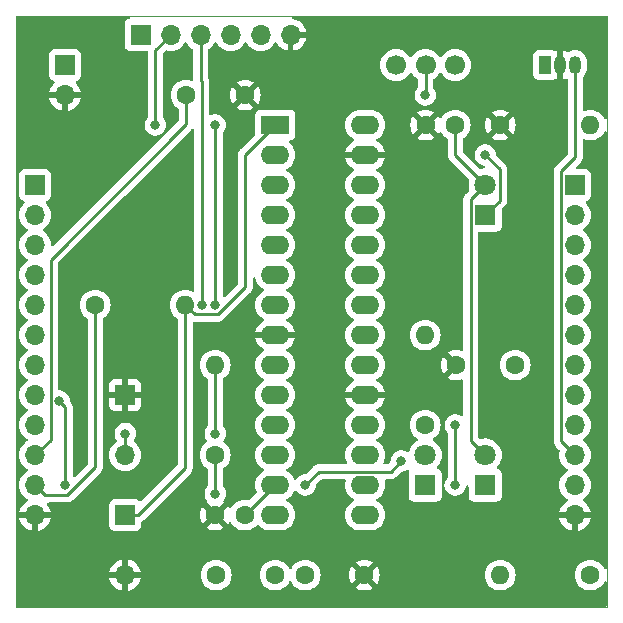
<source format=gbr>
%TF.GenerationSoftware,KiCad,Pcbnew,7.0.1*%
%TF.CreationDate,2023-04-22T15:39:36-05:00*%
%TF.ProjectId,HW4,4857342e-6b69-4636-9164-5f7063625858,rev?*%
%TF.SameCoordinates,Original*%
%TF.FileFunction,Copper,L2,Bot*%
%TF.FilePolarity,Positive*%
%FSLAX46Y46*%
G04 Gerber Fmt 4.6, Leading zero omitted, Abs format (unit mm)*
G04 Created by KiCad (PCBNEW 7.0.1) date 2023-04-22 15:39:36*
%MOMM*%
%LPD*%
G01*
G04 APERTURE LIST*
%TA.AperFunction,ComponentPad*%
%ADD10C,1.600000*%
%TD*%
%TA.AperFunction,ComponentPad*%
%ADD11O,1.600000X1.600000*%
%TD*%
%TA.AperFunction,ComponentPad*%
%ADD12R,1.700000X1.700000*%
%TD*%
%TA.AperFunction,ComponentPad*%
%ADD13O,1.700000X1.700000*%
%TD*%
%TA.AperFunction,ComponentPad*%
%ADD14R,1.800000X1.800000*%
%TD*%
%TA.AperFunction,ComponentPad*%
%ADD15C,1.800000*%
%TD*%
%TA.AperFunction,ComponentPad*%
%ADD16R,1.050000X1.500000*%
%TD*%
%TA.AperFunction,ComponentPad*%
%ADD17O,1.050000X1.500000*%
%TD*%
%TA.AperFunction,ComponentPad*%
%ADD18C,1.700000*%
%TD*%
%TA.AperFunction,ComponentPad*%
%ADD19R,2.400000X1.600000*%
%TD*%
%TA.AperFunction,ComponentPad*%
%ADD20O,2.400000X1.600000*%
%TD*%
%TA.AperFunction,ViaPad*%
%ADD21C,0.800000*%
%TD*%
%TA.AperFunction,Conductor*%
%ADD22C,0.250000*%
%TD*%
%TA.AperFunction,Profile*%
%ADD23C,0.100000*%
%TD*%
G04 APERTURE END LIST*
D10*
%TO.P,R5,1*%
%TO.N,+3.3V*%
X106680000Y-124460000D03*
D11*
%TO.P,R5,2*%
%TO.N,Net-(U3-~{MCLR})*%
X114300000Y-124460000D03*
%TD*%
D10*
%TO.P,R3,1*%
%TO.N,Net-(D1-K)*%
X134620000Y-134620000D03*
D11*
%TO.P,R3,2*%
%TO.N,/GREEN*%
X134620000Y-127000000D03*
%TD*%
D12*
%TO.P,J1,1,Pin_1*%
%TO.N,unconnected-(J1-Pin_1-Pad1)*%
X110515000Y-101575000D03*
D13*
%TO.P,J1,2,Pin_2*%
%TO.N,/U1TX*%
X113055000Y-101575000D03*
%TO.P,J1,3,Pin_3*%
%TO.N,/U1RX*%
X115595000Y-101575000D03*
%TO.P,J1,4,Pin_4*%
%TO.N,+5V*%
X118135000Y-101575000D03*
%TO.P,J1,5,Pin_5*%
%TO.N,unconnected-(J1-Pin_5-Pad5)*%
X120675000Y-101575000D03*
%TO.P,J1,6,Pin_6*%
%TO.N,GND*%
X123215000Y-101575000D03*
%TD*%
D10*
%TO.P,C6,1*%
%TO.N,Net-(C1-Pad2)*%
X124460000Y-147320000D03*
%TO.P,C6,2*%
%TO.N,GND*%
X129460000Y-147320000D03*
%TD*%
%TO.P,C1,1*%
%TO.N,+3.3V*%
X116920000Y-147320000D03*
%TO.P,C1,2*%
%TO.N,Net-(C1-Pad2)*%
X121920000Y-147320000D03*
%TD*%
%TO.P,R1,1*%
%TO.N,GND*%
X140970000Y-109220000D03*
D11*
%TO.P,R1,2*%
%TO.N,Net-(D3-K)*%
X148590000Y-109220000D03*
%TD*%
D12*
%TO.P,SW2,1,1*%
%TO.N,Net-(U3-~{MCLR})*%
X109220000Y-142240000D03*
D13*
%TO.P,SW2,2,2*%
%TO.N,GND*%
X109220000Y-147320000D03*
%TD*%
D14*
%TO.P,D2,1,K*%
%TO.N,Net-(D2-K)*%
X139700000Y-139700000D03*
D15*
%TO.P,D2,2,A*%
%TO.N,+3.3V*%
X139700000Y-137160000D03*
%TD*%
D10*
%TO.P,C5,1*%
%TO.N,GND*%
X134660000Y-109220000D03*
%TO.P,C5,2*%
%TO.N,+3.3V*%
X137160000Y-109220000D03*
%TD*%
D16*
%TO.P,U2,1,VO*%
%TO.N,+3.3V*%
X144780000Y-104140000D03*
D17*
%TO.P,U2,2,GND*%
%TO.N,GND*%
X146050000Y-104140000D03*
%TO.P,U2,3,VI*%
%TO.N,/Vin*%
X147320000Y-104140000D03*
%TD*%
D14*
%TO.P,D1,1,K*%
%TO.N,Net-(D1-K)*%
X134620000Y-139700000D03*
D15*
%TO.P,D1,2,A*%
%TO.N,+3.3V*%
X134620000Y-137160000D03*
%TD*%
D12*
%TO.P,J4,1,Pin_1*%
%TO.N,/B15*%
X147320000Y-114300000D03*
D13*
%TO.P,J4,2,Pin_2*%
%TO.N,/B14*%
X147320000Y-116840000D03*
%TO.P,J4,3,Pin_3*%
%TO.N,/B13*%
X147320000Y-119380000D03*
%TO.P,J4,4,Pin_4*%
%TO.N,/B12*%
X147320000Y-121920000D03*
%TO.P,J4,5,Pin_5*%
%TO.N,/B11*%
X147320000Y-124460000D03*
%TO.P,J4,6,Pin_6*%
%TO.N,/B10*%
X147320000Y-127000000D03*
%TO.P,J4,7,Pin_7*%
%TO.N,/B9*%
X147320000Y-129540000D03*
%TO.P,J4,8,Pin_8*%
%TO.N,/B8*%
X147320000Y-132080000D03*
%TO.P,J4,9,Pin_9*%
%TO.N,/B7*%
X147320000Y-134620000D03*
%TO.P,J4,10,Pin_10*%
%TO.N,/Vin*%
X147320000Y-137160000D03*
%TO.P,J4,11,Pin_11*%
%TO.N,+3.3V*%
X147320000Y-139700000D03*
%TO.P,J4,12,Pin_12*%
%TO.N,GND*%
X147320000Y-142240000D03*
%TD*%
D12*
%TO.P,J3,1,Pin_1*%
%TO.N,/A0*%
X101600000Y-114300000D03*
D13*
%TO.P,J3,2,Pin_2*%
%TO.N,/A1*%
X101600000Y-116840000D03*
%TO.P,J3,3,Pin_3*%
%TO.N,/B0*%
X101600000Y-119380000D03*
%TO.P,J3,4,Pin_4*%
%TO.N,/B1*%
X101600000Y-121920000D03*
%TO.P,J3,5,Pin_5*%
%TO.N,/B2*%
X101600000Y-124460000D03*
%TO.P,J3,6,Pin_6*%
%TO.N,/A3*%
X101600000Y-127000000D03*
%TO.P,J3,7,Pin_7*%
%TO.N,/GREEN*%
X101600000Y-129540000D03*
%TO.P,J3,8,Pin_8*%
%TO.N,/YELLOW*%
X101600000Y-132080000D03*
%TO.P,J3,9,Pin_9*%
%TO.N,/B6*%
X101600000Y-134620000D03*
%TO.P,J3,10,Pin_10*%
%TO.N,/Vin*%
X101600000Y-137160000D03*
%TO.P,J3,11,Pin_11*%
%TO.N,+3.3V*%
X101600000Y-139700000D03*
%TO.P,J3,12,Pin_12*%
%TO.N,GND*%
X101600000Y-142240000D03*
%TD*%
D10*
%TO.P,R2,1*%
%TO.N,Net-(D2-K)*%
X148590000Y-147320000D03*
D11*
%TO.P,R2,2*%
%TO.N,/YELLOW*%
X140970000Y-147320000D03*
%TD*%
D10*
%TO.P,C3,1*%
%TO.N,GND*%
X116840000Y-142240000D03*
%TO.P,C3,2*%
%TO.N,+3.3V*%
X119340000Y-142240000D03*
%TD*%
%TO.P,R4,1*%
%TO.N,+3.3V*%
X116840000Y-137160000D03*
D11*
%TO.P,R4,2*%
%TO.N,/A4*%
X116840000Y-129540000D03*
%TD*%
D18*
%TO.P,S2,1*%
%TO.N,+5V*%
X132160000Y-104140000D03*
%TO.P,S2,2*%
%TO.N,/Vin*%
X134660000Y-104140000D03*
%TO.P,S2,3*%
%TO.N,Net-(J2-Pin_1)*%
X137160000Y-104140000D03*
%TD*%
D10*
%TO.P,C4,1*%
%TO.N,GND*%
X137240000Y-129540000D03*
%TO.P,C4,2*%
%TO.N,Net-(U3-VCAP)*%
X142240000Y-129540000D03*
%TD*%
D12*
%TO.P,J2,1,Pin_1*%
%TO.N,Net-(J2-Pin_1)*%
X104140000Y-104140000D03*
D13*
%TO.P,J2,2,Pin_2*%
%TO.N,GND*%
X104140000Y-106680000D03*
%TD*%
D12*
%TO.P,SW1,1,1*%
%TO.N,GND*%
X109220000Y-132080000D03*
D13*
%TO.P,SW1,2,2*%
%TO.N,/A4*%
X109220000Y-137160000D03*
%TD*%
D14*
%TO.P,D3,1,K*%
%TO.N,Net-(D3-K)*%
X139700000Y-116840000D03*
D15*
%TO.P,D3,2,A*%
%TO.N,+3.3V*%
X139700000Y-114300000D03*
%TD*%
D19*
%TO.P,U3,1,~{MCLR}*%
%TO.N,Net-(U3-~{MCLR})*%
X121920000Y-109220000D03*
D20*
%TO.P,U3,2,A0*%
%TO.N,/A0*%
X121920000Y-111760000D03*
%TO.P,U3,3,A1*%
%TO.N,/A1*%
X121920000Y-114300000D03*
%TO.P,U3,4,B0*%
%TO.N,/B0*%
X121920000Y-116840000D03*
%TO.P,U3,5,B1*%
%TO.N,/B1*%
X121920000Y-119380000D03*
%TO.P,U3,6,B2*%
%TO.N,/B2*%
X121920000Y-121920000D03*
%TO.P,U3,7,B3*%
%TO.N,/U1TX*%
X121920000Y-124460000D03*
%TO.P,U3,8,VSS*%
%TO.N,GND*%
X121920000Y-127000000D03*
%TO.P,U3,9,A2*%
%TO.N,/U1RX*%
X121920000Y-129540000D03*
%TO.P,U3,10,A3*%
%TO.N,/A3*%
X121920000Y-132080000D03*
%TO.P,U3,11,B4*%
%TO.N,/GREEN*%
X121920000Y-134620000D03*
%TO.P,U3,12,A4*%
%TO.N,/A4*%
X121920000Y-137160000D03*
%TO.P,U3,13,VDD*%
%TO.N,+3.3V*%
X121920000Y-139700000D03*
%TO.P,U3,14,B5*%
%TO.N,/YELLOW*%
X121920000Y-142240000D03*
%TO.P,U3,15,B6*%
%TO.N,/B6*%
X129540000Y-142240000D03*
%TO.P,U3,16,B7*%
%TO.N,/B7*%
X129540000Y-139700000D03*
%TO.P,U3,17,B8*%
%TO.N,/B8*%
X129540000Y-137160000D03*
%TO.P,U3,18,B9*%
%TO.N,/B9*%
X129540000Y-134620000D03*
%TO.P,U3,19,VSS*%
%TO.N,GND*%
X129540000Y-132080000D03*
%TO.P,U3,20,VCAP*%
%TO.N,Net-(U3-VCAP)*%
X129540000Y-129540000D03*
%TO.P,U3,21,B10*%
%TO.N,/B10*%
X129540000Y-127000000D03*
%TO.P,U3,22,B11*%
%TO.N,/B11*%
X129540000Y-124460000D03*
%TO.P,U3,23,B12*%
%TO.N,/B12*%
X129540000Y-121920000D03*
%TO.P,U3,24,B13*%
%TO.N,/B13*%
X129540000Y-119380000D03*
%TO.P,U3,25,B14*%
%TO.N,/B14*%
X129540000Y-116840000D03*
%TO.P,U3,26,B15*%
%TO.N,/B15*%
X129540000Y-114300000D03*
%TO.P,U3,27,AVSS*%
%TO.N,GND*%
X129540000Y-111760000D03*
%TO.P,U3,28,AVDD*%
%TO.N,+3.3V*%
X129540000Y-109220000D03*
%TD*%
D10*
%TO.P,C2,1*%
%TO.N,/Vin*%
X114380000Y-106680000D03*
%TO.P,C2,2*%
%TO.N,GND*%
X119380000Y-106680000D03*
%TD*%
D21*
%TO.N,Net-(D1-K)*%
X137160000Y-139700000D03*
X137160000Y-134620000D03*
%TO.N,/U1RX*%
X115699503Y-124460000D03*
%TO.N,/U1TX*%
X113055000Y-101575000D03*
X111760000Y-109220000D03*
X116840000Y-109220000D03*
X116840000Y-124460000D03*
%TO.N,+3.3V*%
X124460000Y-139700000D03*
X132592300Y-137672300D03*
X116840000Y-140424500D03*
%TO.N,/YELLOW*%
X104140000Y-139700000D03*
X103627700Y-132592300D03*
%TO.N,/Vin*%
X134620000Y-106680000D03*
%TO.N,Net-(D3-K)*%
X139700000Y-111760000D03*
%TO.N,/A4*%
X109220000Y-135344500D03*
X116840000Y-135344500D03*
%TD*%
D22*
%TO.N,Net-(D1-K)*%
X137160000Y-134620000D02*
X137160000Y-139700000D01*
%TO.N,+3.3V*%
X104315305Y-140550000D02*
X102450000Y-140550000D01*
X106680000Y-138185305D02*
X104315305Y-140550000D01*
X102450000Y-140550000D02*
X101600000Y-139700000D01*
X106680000Y-124460000D02*
X106680000Y-138185305D01*
%TO.N,/Vin*%
X114380000Y-109140000D02*
X114380000Y-106680000D01*
X102902700Y-120617300D02*
X114380000Y-109140000D01*
X101600000Y-137160000D02*
X102902700Y-135857300D01*
X102902700Y-135857300D02*
X102902700Y-120617300D01*
%TO.N,Net-(U3-~{MCLR})*%
X119380000Y-111760000D02*
X121920000Y-109220000D01*
X119380000Y-122945305D02*
X119380000Y-111760000D01*
X115099999Y-125259999D02*
X117065306Y-125259999D01*
X114300000Y-124460000D02*
X115099999Y-125259999D01*
X117065306Y-125259999D02*
X119380000Y-122945305D01*
X114300000Y-138260000D02*
X114300000Y-124460000D01*
X110320000Y-142240000D02*
X114300000Y-138260000D01*
X109220000Y-142240000D02*
X110320000Y-142240000D01*
%TO.N,/U1RX*%
X115595000Y-105435000D02*
X115595000Y-101575000D01*
X115699503Y-105539503D02*
X115595000Y-105435000D01*
X115699503Y-124460000D02*
X115699503Y-105539503D01*
%TO.N,/U1TX*%
X111760000Y-109220000D02*
X111760000Y-102870000D01*
X116840000Y-124460000D02*
X116840000Y-109220000D01*
X111760000Y-102870000D02*
X113055000Y-101575000D01*
%TO.N,+3.3V*%
X138475000Y-115525000D02*
X139700000Y-114300000D01*
X138475000Y-135935000D02*
X138475000Y-115525000D01*
X139700000Y-137160000D02*
X138475000Y-135935000D01*
X125585000Y-138575000D02*
X124460000Y-139700000D01*
X132592300Y-137672300D02*
X131689600Y-138575000D01*
X131689600Y-138575000D02*
X125585000Y-138575000D01*
X121880000Y-139700000D02*
X121920000Y-139700000D01*
X119340000Y-142240000D02*
X121880000Y-139700000D01*
X116840000Y-140424500D02*
X116840000Y-137160000D01*
%TO.N,/YELLOW*%
X103627700Y-132592300D02*
X104140000Y-133104600D01*
X104140000Y-133104600D02*
X104140000Y-139700000D01*
%TO.N,+3.3V*%
X137160000Y-109220000D02*
X137160000Y-111760000D01*
X137160000Y-111760000D02*
X139700000Y-114300000D01*
%TO.N,/Vin*%
X147320000Y-111950000D02*
X146145000Y-113125000D01*
X134660000Y-106640000D02*
X134620000Y-106680000D01*
X134660000Y-104140000D02*
X134660000Y-106640000D01*
X146145000Y-113125000D02*
X146145000Y-135985000D01*
X146145000Y-135985000D02*
X147320000Y-137160000D01*
X147320000Y-104140000D02*
X147320000Y-111950000D01*
%TO.N,Net-(D3-K)*%
X140925000Y-112985000D02*
X140925000Y-115615000D01*
X140925000Y-115615000D02*
X139700000Y-116840000D01*
X139700000Y-111760000D02*
X140925000Y-112985000D01*
%TO.N,/A4*%
X116840000Y-135344500D02*
X116840000Y-129540000D01*
X109220000Y-135344500D02*
X109220000Y-137160000D01*
%TD*%
%TA.AperFunction,Conductor*%
%TO.N,GND*%
G36*
X109553524Y-100019238D02*
G01*
X109599258Y-100069789D01*
X109611362Y-100136874D01*
X109586177Y-100200220D01*
X109531314Y-100240682D01*
X109422669Y-100281204D01*
X109307454Y-100367454D01*
X109221204Y-100482668D01*
X109170909Y-100617516D01*
X109164500Y-100677130D01*
X109164500Y-102472869D01*
X109170909Y-102532483D01*
X109221204Y-102667331D01*
X109307454Y-102782546D01*
X109422669Y-102868796D01*
X109557517Y-102919091D01*
X109617127Y-102925500D01*
X111010500Y-102925499D01*
X111072500Y-102942112D01*
X111117887Y-102987499D01*
X111134500Y-103049499D01*
X111134500Y-108521313D01*
X111126264Y-108565751D01*
X111102652Y-108604282D01*
X111074859Y-108635150D01*
X111027464Y-108687786D01*
X110932820Y-108851715D01*
X110874326Y-109031742D01*
X110854540Y-109220000D01*
X110874326Y-109408257D01*
X110932820Y-109588284D01*
X111027466Y-109752216D01*
X111154129Y-109892889D01*
X111307269Y-110004151D01*
X111480197Y-110081144D01*
X111665352Y-110120500D01*
X111665354Y-110120500D01*
X111854646Y-110120500D01*
X111854648Y-110120500D01*
X111978084Y-110094262D01*
X112039803Y-110081144D01*
X112212730Y-110004151D01*
X112293495Y-109945472D01*
X112365870Y-109892889D01*
X112492533Y-109752216D01*
X112587179Y-109588284D01*
X112593457Y-109568963D01*
X112645674Y-109408256D01*
X112665460Y-109220000D01*
X112645674Y-109031744D01*
X112608465Y-108917228D01*
X112587179Y-108851715D01*
X112492535Y-108687786D01*
X112462627Y-108654570D01*
X112417347Y-108604282D01*
X112393736Y-108565751D01*
X112385500Y-108521313D01*
X112385500Y-103180452D01*
X112394939Y-103133000D01*
X112421816Y-103092773D01*
X112599355Y-102915234D01*
X112654938Y-102883143D01*
X112719126Y-102883143D01*
X112819592Y-102910063D01*
X113055000Y-102930659D01*
X113290408Y-102910063D01*
X113518663Y-102848903D01*
X113732830Y-102749035D01*
X113926401Y-102613495D01*
X114093495Y-102446401D01*
X114223426Y-102260839D01*
X114267743Y-102221975D01*
X114325000Y-102207964D01*
X114382257Y-102221975D01*
X114426573Y-102260839D01*
X114556505Y-102446401D01*
X114723599Y-102613495D01*
X114916625Y-102748653D01*
X114955489Y-102792970D01*
X114969500Y-102850227D01*
X114969500Y-105329979D01*
X114956712Y-105384823D01*
X114920986Y-105428355D01*
X114869691Y-105451596D01*
X114813407Y-105449754D01*
X114670750Y-105411529D01*
X114606689Y-105394364D01*
X114380000Y-105374531D01*
X114153310Y-105394364D01*
X113933502Y-105453261D01*
X113727264Y-105549432D01*
X113540859Y-105679953D01*
X113379953Y-105840859D01*
X113249432Y-106027264D01*
X113153261Y-106233502D01*
X113094364Y-106453310D01*
X113074531Y-106679999D01*
X113094364Y-106906689D01*
X113153261Y-107126497D01*
X113249432Y-107332735D01*
X113379953Y-107519140D01*
X113540859Y-107680046D01*
X113701623Y-107792613D01*
X113740489Y-107836931D01*
X113754500Y-107894188D01*
X113754500Y-108829547D01*
X113745061Y-108877000D01*
X113718181Y-108917228D01*
X103167807Y-119467601D01*
X103106965Y-119500981D01*
X103037716Y-119496442D01*
X102981750Y-119455407D01*
X102956598Y-119390728D01*
X102935063Y-119144592D01*
X102913889Y-119065569D01*
X102873903Y-118916337D01*
X102774035Y-118702171D01*
X102638495Y-118508599D01*
X102471401Y-118341505D01*
X102285839Y-118211573D01*
X102246974Y-118167255D01*
X102232964Y-118109999D01*
X102246975Y-118052742D01*
X102285837Y-118008428D01*
X102471401Y-117878495D01*
X102638495Y-117711401D01*
X102774035Y-117517830D01*
X102873903Y-117303663D01*
X102935063Y-117075408D01*
X102955659Y-116840000D01*
X102935063Y-116604592D01*
X102873903Y-116376337D01*
X102774035Y-116162171D01*
X102638495Y-115968599D01*
X102516568Y-115846672D01*
X102485273Y-115793927D01*
X102483084Y-115732634D01*
X102510537Y-115677789D01*
X102560916Y-115642810D01*
X102692331Y-115593796D01*
X102807546Y-115507546D01*
X102893796Y-115392331D01*
X102944091Y-115257483D01*
X102950500Y-115197873D01*
X102950499Y-113402128D01*
X102944091Y-113342517D01*
X102893796Y-113207669D01*
X102807546Y-113092454D01*
X102692331Y-113006204D01*
X102557483Y-112955909D01*
X102497873Y-112949500D01*
X102497869Y-112949500D01*
X100702130Y-112949500D01*
X100642515Y-112955909D01*
X100507669Y-113006204D01*
X100392454Y-113092454D01*
X100306204Y-113207668D01*
X100255909Y-113342516D01*
X100249500Y-113402130D01*
X100249500Y-115197869D01*
X100255909Y-115257484D01*
X100271784Y-115300046D01*
X100306204Y-115392331D01*
X100392454Y-115507546D01*
X100507669Y-115593796D01*
X100617617Y-115634804D01*
X100639082Y-115642810D01*
X100689462Y-115677789D01*
X100716915Y-115732634D01*
X100714726Y-115793926D01*
X100683431Y-115846673D01*
X100561503Y-115968601D01*
X100425965Y-116162170D01*
X100326097Y-116376336D01*
X100264936Y-116604592D01*
X100248028Y-116797853D01*
X100233033Y-116840000D01*
X100248028Y-116882147D01*
X100264936Y-117075407D01*
X100286111Y-117154431D01*
X100326097Y-117303663D01*
X100425965Y-117517830D01*
X100561505Y-117711401D01*
X100728599Y-117878495D01*
X100914160Y-118008426D01*
X100953024Y-118052743D01*
X100967035Y-118110000D01*
X100953024Y-118167257D01*
X100914159Y-118211575D01*
X100728595Y-118341508D01*
X100561505Y-118508598D01*
X100425965Y-118702170D01*
X100326097Y-118916336D01*
X100264936Y-119144592D01*
X100248028Y-119337853D01*
X100233033Y-119380000D01*
X100248028Y-119422147D01*
X100264936Y-119615407D01*
X100309709Y-119782502D01*
X100326097Y-119843663D01*
X100425965Y-120057830D01*
X100561505Y-120251401D01*
X100728599Y-120418495D01*
X100914160Y-120548426D01*
X100953024Y-120592743D01*
X100967035Y-120650000D01*
X100953024Y-120707257D01*
X100914160Y-120751574D01*
X100730322Y-120880299D01*
X100728595Y-120881508D01*
X100561505Y-121048598D01*
X100425965Y-121242170D01*
X100326097Y-121456336D01*
X100264936Y-121684592D01*
X100248028Y-121877853D01*
X100233033Y-121919999D01*
X100248028Y-121962147D01*
X100264936Y-122155407D01*
X100286111Y-122234431D01*
X100326097Y-122383663D01*
X100425965Y-122597830D01*
X100561505Y-122791401D01*
X100728599Y-122958495D01*
X100914160Y-123088426D01*
X100953024Y-123132743D01*
X100967035Y-123190000D01*
X100953024Y-123247257D01*
X100914158Y-123291575D01*
X100788902Y-123379281D01*
X100728595Y-123421508D01*
X100561505Y-123588598D01*
X100425965Y-123782170D01*
X100326097Y-123996336D01*
X100264936Y-124224592D01*
X100248028Y-124417853D01*
X100233033Y-124460000D01*
X100248028Y-124502147D01*
X100264936Y-124695407D01*
X100309709Y-124862502D01*
X100326097Y-124923663D01*
X100425965Y-125137830D01*
X100561505Y-125331401D01*
X100728599Y-125498495D01*
X100914160Y-125628426D01*
X100953024Y-125672743D01*
X100967035Y-125730000D01*
X100953024Y-125787257D01*
X100914158Y-125831575D01*
X100838913Y-125884263D01*
X100728595Y-125961508D01*
X100561505Y-126128598D01*
X100425965Y-126322170D01*
X100326097Y-126536336D01*
X100264936Y-126764592D01*
X100248028Y-126957853D01*
X100233033Y-127000000D01*
X100248028Y-127042147D01*
X100264936Y-127235407D01*
X100309709Y-127402501D01*
X100326097Y-127463663D01*
X100425965Y-127677830D01*
X100561505Y-127871401D01*
X100728599Y-128038495D01*
X100914160Y-128168426D01*
X100953024Y-128212743D01*
X100967035Y-128270000D01*
X100953024Y-128327257D01*
X100914159Y-128371575D01*
X100728595Y-128501508D01*
X100561505Y-128668598D01*
X100425965Y-128862170D01*
X100326097Y-129076336D01*
X100264936Y-129304592D01*
X100248028Y-129497853D01*
X100233033Y-129540000D01*
X100248028Y-129582147D01*
X100264936Y-129775407D01*
X100309709Y-129942501D01*
X100326097Y-130003663D01*
X100425965Y-130217830D01*
X100561505Y-130411401D01*
X100728599Y-130578495D01*
X100914160Y-130708426D01*
X100953024Y-130752743D01*
X100967035Y-130810000D01*
X100953024Y-130867257D01*
X100914159Y-130911575D01*
X100728595Y-131041508D01*
X100561505Y-131208598D01*
X100425965Y-131402170D01*
X100326097Y-131616336D01*
X100264936Y-131844592D01*
X100248028Y-132037853D01*
X100233033Y-132080000D01*
X100248028Y-132122147D01*
X100264936Y-132315407D01*
X100309709Y-132482501D01*
X100326097Y-132543663D01*
X100425965Y-132757830D01*
X100561505Y-132951401D01*
X100728599Y-133118495D01*
X100914160Y-133248426D01*
X100953024Y-133292743D01*
X100967035Y-133350000D01*
X100953024Y-133407257D01*
X100914159Y-133451575D01*
X100728595Y-133581508D01*
X100561505Y-133748598D01*
X100425965Y-133942170D01*
X100326097Y-134156336D01*
X100264936Y-134384592D01*
X100248028Y-134577853D01*
X100233033Y-134620000D01*
X100248028Y-134662147D01*
X100264936Y-134855407D01*
X100309709Y-135022501D01*
X100326097Y-135083663D01*
X100425965Y-135297830D01*
X100561505Y-135491401D01*
X100728599Y-135658495D01*
X100914160Y-135788426D01*
X100953024Y-135832743D01*
X100967035Y-135890000D01*
X100953024Y-135947257D01*
X100914158Y-135991575D01*
X100774462Y-136089392D01*
X100728595Y-136121508D01*
X100561505Y-136288598D01*
X100425965Y-136482170D01*
X100326097Y-136696336D01*
X100264936Y-136924592D01*
X100248028Y-137117853D01*
X100233033Y-137160000D01*
X100248028Y-137202147D01*
X100264936Y-137395407D01*
X100309709Y-137562501D01*
X100326097Y-137623663D01*
X100425965Y-137837830D01*
X100561505Y-138031401D01*
X100728599Y-138198495D01*
X100914160Y-138328426D01*
X100953024Y-138372743D01*
X100967035Y-138430000D01*
X100953024Y-138487257D01*
X100914160Y-138531574D01*
X100788902Y-138619281D01*
X100728595Y-138661508D01*
X100561505Y-138828598D01*
X100425965Y-139022170D01*
X100326097Y-139236336D01*
X100264936Y-139464592D01*
X100248028Y-139657853D01*
X100233033Y-139700000D01*
X100248028Y-139742147D01*
X100264936Y-139935407D01*
X100309709Y-140102502D01*
X100326097Y-140163663D01*
X100425965Y-140377830D01*
X100561505Y-140571401D01*
X100728599Y-140738495D01*
X100914597Y-140868732D01*
X100953460Y-140913048D01*
X100967471Y-140970305D01*
X100953461Y-141027561D01*
X100914595Y-141071880D01*
X100728919Y-141201892D01*
X100561890Y-141368921D01*
X100426400Y-141562421D01*
X100326569Y-141776507D01*
X100269364Y-141989999D01*
X100269364Y-141990000D01*
X102930636Y-141990000D01*
X102930635Y-141989999D01*
X102873430Y-141776507D01*
X102773599Y-141562421D01*
X102639301Y-141370623D01*
X102617141Y-141307610D01*
X102630887Y-141242243D01*
X102676548Y-141193491D01*
X102740876Y-141175500D01*
X104232561Y-141175500D01*
X104253067Y-141177764D01*
X104255970Y-141177672D01*
X104255972Y-141177673D01*
X104323177Y-141175561D01*
X104327073Y-141175500D01*
X104354654Y-141175500D01*
X104354655Y-141175500D01*
X104358624Y-141174998D01*
X104370270Y-141174080D01*
X104413932Y-141172709D01*
X104433164Y-141167120D01*
X104452223Y-141163174D01*
X104458501Y-141162381D01*
X104472097Y-141160664D01*
X104512712Y-141144582D01*
X104523749Y-141140803D01*
X104565695Y-141128618D01*
X104582934Y-141118422D01*
X104600407Y-141109862D01*
X104619037Y-141102486D01*
X104654369Y-141076814D01*
X104664135Y-141070400D01*
X104701723Y-141048171D01*
X104701722Y-141048171D01*
X104701725Y-141048170D01*
X104715890Y-141034004D01*
X104730678Y-141021373D01*
X104746892Y-141009594D01*
X104774743Y-140975926D01*
X104782584Y-140967309D01*
X107063786Y-138686107D01*
X107079887Y-138673209D01*
X107081874Y-138671092D01*
X107081877Y-138671091D01*
X107127932Y-138622046D01*
X107130613Y-138619281D01*
X107136865Y-138613029D01*
X107150120Y-138599775D01*
X107152581Y-138596600D01*
X107160152Y-138587736D01*
X107190062Y-138555887D01*
X107199713Y-138538331D01*
X107210393Y-138522072D01*
X107222674Y-138506241D01*
X107240018Y-138466156D01*
X107245160Y-138455661D01*
X107252421Y-138442454D01*
X107266197Y-138417397D01*
X107271178Y-138397993D01*
X107277480Y-138379588D01*
X107285438Y-138361200D01*
X107292270Y-138318053D01*
X107294639Y-138306621D01*
X107305500Y-138264325D01*
X107305500Y-138244289D01*
X107307027Y-138224890D01*
X107307064Y-138224656D01*
X107310160Y-138205109D01*
X107306050Y-138161630D01*
X107305500Y-138149961D01*
X107305500Y-137160000D01*
X107864340Y-137160000D01*
X107884936Y-137395407D01*
X107929709Y-137562501D01*
X107946097Y-137623663D01*
X108045965Y-137837830D01*
X108181505Y-138031401D01*
X108348599Y-138198495D01*
X108542170Y-138334035D01*
X108756337Y-138433903D01*
X108984592Y-138495063D01*
X109220000Y-138515659D01*
X109455408Y-138495063D01*
X109683663Y-138433903D01*
X109897830Y-138334035D01*
X110091401Y-138198495D01*
X110258495Y-138031401D01*
X110394035Y-137837830D01*
X110493903Y-137623663D01*
X110555063Y-137395408D01*
X110575659Y-137160000D01*
X110555063Y-136924592D01*
X110493903Y-136696337D01*
X110394035Y-136482171D01*
X110258495Y-136288599D01*
X110091401Y-136121505D01*
X109984941Y-136046961D01*
X109945256Y-136001039D01*
X109932119Y-135941781D01*
X109948680Y-135883387D01*
X109952528Y-135876720D01*
X109952533Y-135876716D01*
X110047179Y-135712784D01*
X110105674Y-135532756D01*
X110125460Y-135344500D01*
X110105674Y-135156244D01*
X110047179Y-134976216D01*
X110047179Y-134976215D01*
X109952533Y-134812283D01*
X109825870Y-134671610D01*
X109672730Y-134560348D01*
X109499802Y-134483355D01*
X109314648Y-134444000D01*
X109314646Y-134444000D01*
X109125354Y-134444000D01*
X109125352Y-134444000D01*
X108940197Y-134483355D01*
X108767269Y-134560348D01*
X108614129Y-134671610D01*
X108487466Y-134812283D01*
X108392820Y-134976215D01*
X108334326Y-135156242D01*
X108314540Y-135344499D01*
X108334326Y-135532757D01*
X108392820Y-135712784D01*
X108491319Y-135883389D01*
X108507880Y-135941783D01*
X108494742Y-136001040D01*
X108455055Y-136046964D01*
X108348598Y-136121505D01*
X108181505Y-136288598D01*
X108045965Y-136482170D01*
X107946097Y-136696336D01*
X107884936Y-136924592D01*
X107864340Y-137160000D01*
X107305500Y-137160000D01*
X107305500Y-132330000D01*
X107870000Y-132330000D01*
X107870000Y-132977824D01*
X107876402Y-133037375D01*
X107926647Y-133172089D01*
X108012811Y-133287188D01*
X108127910Y-133373352D01*
X108262624Y-133423597D01*
X108322176Y-133430000D01*
X108970000Y-133430000D01*
X108970000Y-132330000D01*
X109470000Y-132330000D01*
X109470000Y-133430000D01*
X110117824Y-133430000D01*
X110177375Y-133423597D01*
X110312089Y-133373352D01*
X110427188Y-133287188D01*
X110513352Y-133172089D01*
X110563597Y-133037375D01*
X110570000Y-132977824D01*
X110570000Y-132330000D01*
X109470000Y-132330000D01*
X108970000Y-132330000D01*
X107870000Y-132330000D01*
X107305500Y-132330000D01*
X107305500Y-131830000D01*
X107870000Y-131830000D01*
X108970000Y-131830000D01*
X108970000Y-130730000D01*
X109470000Y-130730000D01*
X109470000Y-131830000D01*
X110570000Y-131830000D01*
X110570000Y-131182176D01*
X110563597Y-131122624D01*
X110513352Y-130987910D01*
X110427188Y-130872811D01*
X110312089Y-130786647D01*
X110177375Y-130736402D01*
X110117824Y-130730000D01*
X109470000Y-130730000D01*
X108970000Y-130730000D01*
X108322176Y-130730000D01*
X108262624Y-130736402D01*
X108127910Y-130786647D01*
X108012811Y-130872811D01*
X107926647Y-130987910D01*
X107876402Y-131122624D01*
X107870000Y-131182176D01*
X107870000Y-131830000D01*
X107305500Y-131830000D01*
X107305500Y-125674188D01*
X107319511Y-125616931D01*
X107358377Y-125572613D01*
X107519140Y-125460046D01*
X107680046Y-125299140D01*
X107792995Y-125137830D01*
X107810568Y-125112734D01*
X107906739Y-124906496D01*
X107965635Y-124686692D01*
X107985468Y-124460000D01*
X107965635Y-124233308D01*
X107906739Y-124013504D01*
X107810568Y-123807266D01*
X107801126Y-123793782D01*
X107680046Y-123620859D01*
X107519140Y-123459953D01*
X107332735Y-123329432D01*
X107126497Y-123233261D01*
X106906689Y-123174364D01*
X106680000Y-123154531D01*
X106453310Y-123174364D01*
X106233502Y-123233261D01*
X106027264Y-123329432D01*
X105840859Y-123459953D01*
X105679953Y-123620859D01*
X105549432Y-123807264D01*
X105453261Y-124013502D01*
X105394364Y-124233310D01*
X105374531Y-124459999D01*
X105394364Y-124686689D01*
X105453261Y-124906497D01*
X105549432Y-125112735D01*
X105679953Y-125299140D01*
X105840859Y-125460046D01*
X106001623Y-125572613D01*
X106040489Y-125616931D01*
X106054500Y-125674188D01*
X106054500Y-137874853D01*
X106045061Y-137922306D01*
X106018181Y-137962534D01*
X104977181Y-139003532D01*
X104927818Y-139033782D01*
X104870102Y-139038324D01*
X104816615Y-139016169D01*
X104779015Y-138972146D01*
X104765500Y-138915851D01*
X104765500Y-133187344D01*
X104767764Y-133166836D01*
X104765561Y-133096713D01*
X104765500Y-133092819D01*
X104765500Y-133065254D01*
X104765500Y-133065250D01*
X104764997Y-133061270D01*
X104764081Y-133049628D01*
X104763696Y-133037375D01*
X104762710Y-133005973D01*
X104757118Y-132986726D01*
X104753174Y-132967685D01*
X104750664Y-132947808D01*
X104734579Y-132907183D01*
X104730808Y-132896168D01*
X104718618Y-132854210D01*
X104708414Y-132836955D01*
X104699861Y-132819495D01*
X104692486Y-132800869D01*
X104692486Y-132800868D01*
X104666808Y-132765525D01*
X104660401Y-132755771D01*
X104638170Y-132718180D01*
X104624006Y-132704016D01*
X104611367Y-132689217D01*
X104599595Y-132673013D01*
X104575116Y-132652763D01*
X104544874Y-132615815D01*
X104530835Y-132570184D01*
X104513374Y-132404044D01*
X104454879Y-132224016D01*
X104454879Y-132224015D01*
X104360233Y-132060083D01*
X104233570Y-131919410D01*
X104080430Y-131808148D01*
X103907502Y-131731155D01*
X103722348Y-131691800D01*
X103722346Y-131691800D01*
X103652200Y-131691800D01*
X103590200Y-131675187D01*
X103544813Y-131629800D01*
X103528200Y-131567800D01*
X103528200Y-120927752D01*
X103537639Y-120880299D01*
X103564519Y-120840071D01*
X109160432Y-115244158D01*
X114763789Y-109640800D01*
X114779885Y-109627906D01*
X114781873Y-109625787D01*
X114781877Y-109625786D01*
X114827948Y-109576723D01*
X114830566Y-109574023D01*
X114850120Y-109554471D01*
X114850122Y-109554469D01*
X114852021Y-109552021D01*
X114854529Y-109550062D01*
X114855642Y-109548950D01*
X114855778Y-109549086D01*
X114900039Y-109514529D01*
X114960117Y-109504430D01*
X115017754Y-109524162D01*
X115059038Y-109568963D01*
X115074003Y-109628017D01*
X115074003Y-123191340D01*
X115058717Y-123250983D01*
X115016628Y-123295921D01*
X114958112Y-123315075D01*
X114897599Y-123303722D01*
X114796596Y-123256623D01*
X114746497Y-123233261D01*
X114526689Y-123174364D01*
X114300000Y-123154531D01*
X114073310Y-123174364D01*
X113853502Y-123233261D01*
X113647264Y-123329432D01*
X113460859Y-123459953D01*
X113299953Y-123620859D01*
X113169432Y-123807264D01*
X113073261Y-124013502D01*
X113014364Y-124233310D01*
X112994531Y-124459999D01*
X113014364Y-124686689D01*
X113073261Y-124906497D01*
X113169432Y-125112735D01*
X113299953Y-125299140D01*
X113460859Y-125460046D01*
X113621623Y-125572613D01*
X113660489Y-125616931D01*
X113674500Y-125674188D01*
X113674500Y-137949548D01*
X113665061Y-137997001D01*
X113638181Y-138037229D01*
X110620954Y-141054454D01*
X110576606Y-141082955D01*
X110524427Y-141090457D01*
X110473846Y-141075605D01*
X110434006Y-141041084D01*
X110427546Y-141032454D01*
X110312331Y-140946204D01*
X110177483Y-140895909D01*
X110117873Y-140889500D01*
X110117869Y-140889500D01*
X108322130Y-140889500D01*
X108262515Y-140895909D01*
X108127669Y-140946204D01*
X108012454Y-141032454D01*
X107926204Y-141147668D01*
X107905979Y-141201893D01*
X107875909Y-141282517D01*
X107871342Y-141325000D01*
X107869500Y-141342130D01*
X107869500Y-143137869D01*
X107875909Y-143197483D01*
X107926204Y-143332331D01*
X108012454Y-143447546D01*
X108127669Y-143533796D01*
X108262517Y-143584091D01*
X108322127Y-143590500D01*
X110117872Y-143590499D01*
X110177483Y-143584091D01*
X110312331Y-143533796D01*
X110427546Y-143447546D01*
X110513796Y-143332331D01*
X110518758Y-143319026D01*
X116114526Y-143319026D01*
X116187515Y-143370133D01*
X116393673Y-143466266D01*
X116613397Y-143525141D01*
X116840000Y-143544966D01*
X117066602Y-143525141D01*
X117286326Y-143466266D01*
X117492480Y-143370134D01*
X117565472Y-143319025D01*
X116840001Y-142593553D01*
X116840000Y-142593553D01*
X116114526Y-143319025D01*
X116114526Y-143319026D01*
X110518758Y-143319026D01*
X110564091Y-143197483D01*
X110570500Y-143137873D01*
X110570499Y-142894342D01*
X110584014Y-142838049D01*
X110621612Y-142794026D01*
X110623732Y-142792486D01*
X110659069Y-142766810D01*
X110668830Y-142760400D01*
X110706418Y-142738171D01*
X110706417Y-142738171D01*
X110706420Y-142738170D01*
X110720585Y-142724004D01*
X110735373Y-142711373D01*
X110751587Y-142699594D01*
X110779438Y-142665926D01*
X110787279Y-142657309D01*
X111204588Y-142240000D01*
X115535033Y-142240000D01*
X115554858Y-142466602D01*
X115613733Y-142686326D01*
X115709866Y-142892484D01*
X115760972Y-142965471D01*
X115760974Y-142965472D01*
X116486446Y-142240001D01*
X117193553Y-142240001D01*
X117919025Y-142965472D01*
X117970131Y-142892484D01*
X117977340Y-142877026D01*
X118023097Y-142824849D01*
X118089722Y-142805428D01*
X118156348Y-142824847D01*
X118202106Y-142877023D01*
X118209432Y-142892735D01*
X118339953Y-143079140D01*
X118500859Y-143240046D01*
X118687264Y-143370567D01*
X118687265Y-143370567D01*
X118687266Y-143370568D01*
X118893504Y-143466739D01*
X119113308Y-143525635D01*
X119340000Y-143545468D01*
X119566692Y-143525635D01*
X119786496Y-143466739D01*
X119992734Y-143370568D01*
X120179139Y-143240047D01*
X120340047Y-143079139D01*
X120340047Y-143079138D01*
X120342319Y-143076867D01*
X120397906Y-143044773D01*
X120462094Y-143044773D01*
X120517681Y-143076867D01*
X120519953Y-143079139D01*
X120680861Y-143240047D01*
X120760670Y-143295930D01*
X120867264Y-143370567D01*
X120867265Y-143370567D01*
X120867266Y-143370568D01*
X121073504Y-143466739D01*
X121293308Y-143525635D01*
X121378261Y-143533067D01*
X121463214Y-143540500D01*
X121463216Y-143540500D01*
X122376784Y-143540500D01*
X122376786Y-143540500D01*
X122453411Y-143533796D01*
X122546692Y-143525635D01*
X122766496Y-143466739D01*
X122972734Y-143370568D01*
X123159139Y-143240047D01*
X123320047Y-143079139D01*
X123450568Y-142892734D01*
X123546739Y-142686496D01*
X123605635Y-142466692D01*
X123625468Y-142240000D01*
X123605635Y-142013308D01*
X123546739Y-141793504D01*
X123450568Y-141587266D01*
X123399635Y-141514526D01*
X123320046Y-141400859D01*
X123159140Y-141239953D01*
X122972733Y-141109431D01*
X122914725Y-141082382D01*
X122862549Y-141036625D01*
X122843129Y-140970000D01*
X122862549Y-140903375D01*
X122914725Y-140857618D01*
X122947510Y-140842330D01*
X122972734Y-140830568D01*
X123159139Y-140700047D01*
X123320047Y-140539139D01*
X123450568Y-140352734D01*
X123504708Y-140236630D01*
X123548198Y-140185935D01*
X123611679Y-140165155D01*
X123676730Y-140180322D01*
X123724475Y-140227035D01*
X123727466Y-140232215D01*
X123854129Y-140372889D01*
X124007269Y-140484151D01*
X124180197Y-140561144D01*
X124365352Y-140600500D01*
X124365354Y-140600500D01*
X124554646Y-140600500D01*
X124554648Y-140600500D01*
X124691547Y-140571401D01*
X124739803Y-140561144D01*
X124912730Y-140484151D01*
X125065871Y-140372888D01*
X125192533Y-140232216D01*
X125287179Y-140068284D01*
X125345674Y-139888256D01*
X125363322Y-139720341D01*
X125374720Y-139679927D01*
X125398957Y-139645632D01*
X125807771Y-139236819D01*
X125848000Y-139209939D01*
X125895453Y-139200500D01*
X127765863Y-139200500D01*
X127820707Y-139213288D01*
X127864239Y-139249013D01*
X127887480Y-139300309D01*
X127885638Y-139356593D01*
X127854364Y-139473308D01*
X127834531Y-139699999D01*
X127854364Y-139926689D01*
X127913261Y-140146497D01*
X128009432Y-140352735D01*
X128139953Y-140539140D01*
X128300859Y-140700046D01*
X128433304Y-140792784D01*
X128487266Y-140830568D01*
X128545275Y-140857618D01*
X128597450Y-140903375D01*
X128616869Y-140970000D01*
X128597450Y-141036625D01*
X128545275Y-141082382D01*
X128487263Y-141109433D01*
X128300859Y-141239953D01*
X128139953Y-141400859D01*
X128009432Y-141587264D01*
X127913261Y-141793502D01*
X127854364Y-142013310D01*
X127834531Y-142239999D01*
X127854364Y-142466689D01*
X127913261Y-142686497D01*
X128009432Y-142892735D01*
X128139953Y-143079140D01*
X128300859Y-143240046D01*
X128487264Y-143370567D01*
X128487265Y-143370567D01*
X128487266Y-143370568D01*
X128693504Y-143466739D01*
X128913308Y-143525635D01*
X128998261Y-143533067D01*
X129083214Y-143540500D01*
X129083216Y-143540500D01*
X129996784Y-143540500D01*
X129996786Y-143540500D01*
X130073411Y-143533796D01*
X130166692Y-143525635D01*
X130386496Y-143466739D01*
X130592734Y-143370568D01*
X130779139Y-143240047D01*
X130940047Y-143079139D01*
X131070568Y-142892734D01*
X131166739Y-142686496D01*
X131219390Y-142490000D01*
X145989364Y-142490000D01*
X146046569Y-142703492D01*
X146146399Y-142917576D01*
X146281893Y-143111081D01*
X146448918Y-143278106D01*
X146642423Y-143413600D01*
X146856507Y-143513430D01*
X147069999Y-143570635D01*
X147070000Y-143570636D01*
X147070000Y-142490000D01*
X147570000Y-142490000D01*
X147570000Y-143570635D01*
X147783492Y-143513430D01*
X147997576Y-143413600D01*
X148191081Y-143278106D01*
X148358106Y-143111081D01*
X148493600Y-142917576D01*
X148593430Y-142703492D01*
X148650636Y-142490000D01*
X147570000Y-142490000D01*
X147070000Y-142490000D01*
X145989364Y-142490000D01*
X131219390Y-142490000D01*
X131225635Y-142466692D01*
X131245468Y-142240000D01*
X131225635Y-142013308D01*
X131166739Y-141793504D01*
X131070568Y-141587266D01*
X131019635Y-141514526D01*
X130940046Y-141400859D01*
X130779140Y-141239953D01*
X130592733Y-141109431D01*
X130534725Y-141082382D01*
X130482549Y-141036625D01*
X130463129Y-140970000D01*
X130482549Y-140903375D01*
X130534725Y-140857618D01*
X130567510Y-140842330D01*
X130592734Y-140830568D01*
X130779139Y-140700047D01*
X130940047Y-140539139D01*
X131070568Y-140352734D01*
X131166739Y-140146496D01*
X131225635Y-139926692D01*
X131245468Y-139700000D01*
X131225635Y-139473308D01*
X131217129Y-139441563D01*
X131194362Y-139356593D01*
X131192520Y-139300309D01*
X131215761Y-139249013D01*
X131259293Y-139213288D01*
X131314137Y-139200500D01*
X131606856Y-139200500D01*
X131627362Y-139202764D01*
X131630265Y-139202672D01*
X131630267Y-139202673D01*
X131697472Y-139200561D01*
X131701368Y-139200500D01*
X131728949Y-139200500D01*
X131728950Y-139200500D01*
X131732919Y-139199998D01*
X131744565Y-139199080D01*
X131788227Y-139197709D01*
X131807459Y-139192120D01*
X131826518Y-139188174D01*
X131832796Y-139187381D01*
X131846392Y-139185664D01*
X131887007Y-139169582D01*
X131898044Y-139165803D01*
X131939990Y-139153618D01*
X131957229Y-139143422D01*
X131974702Y-139134862D01*
X131993332Y-139127486D01*
X132028664Y-139101814D01*
X132038430Y-139095400D01*
X132076018Y-139073171D01*
X132076017Y-139073171D01*
X132076020Y-139073170D01*
X132090185Y-139059004D01*
X132104973Y-139046373D01*
X132121187Y-139034594D01*
X132149038Y-139000926D01*
X132156879Y-138992309D01*
X132540070Y-138609119D01*
X132580299Y-138582239D01*
X132627752Y-138572800D01*
X132686948Y-138572800D01*
X132810383Y-138546562D01*
X132872103Y-138533444D01*
X133045030Y-138456451D01*
X133081078Y-138430260D01*
X133139476Y-138407427D01*
X133201579Y-138416084D01*
X133251507Y-138454018D01*
X133276492Y-138511529D01*
X133270146Y-138573911D01*
X133225909Y-138692514D01*
X133219500Y-138752130D01*
X133219500Y-140647869D01*
X133225909Y-140707483D01*
X133276204Y-140842331D01*
X133362454Y-140957546D01*
X133477669Y-141043796D01*
X133612517Y-141094091D01*
X133672127Y-141100500D01*
X135567872Y-141100499D01*
X135627483Y-141094091D01*
X135762331Y-141043796D01*
X135877546Y-140957546D01*
X135963796Y-140842331D01*
X136014091Y-140707483D01*
X136020500Y-140647873D01*
X136020499Y-139839312D01*
X136036046Y-139779199D01*
X136078789Y-139734157D01*
X136138009Y-139715485D01*
X136198857Y-139727864D01*
X136246073Y-139768191D01*
X136267820Y-139826353D01*
X136274326Y-139888257D01*
X136332820Y-140068284D01*
X136427466Y-140232216D01*
X136554129Y-140372889D01*
X136707269Y-140484151D01*
X136880197Y-140561144D01*
X137065352Y-140600500D01*
X137065354Y-140600500D01*
X137254646Y-140600500D01*
X137254648Y-140600500D01*
X137391547Y-140571401D01*
X137439803Y-140561144D01*
X137612730Y-140484151D01*
X137765871Y-140372888D01*
X137892533Y-140232216D01*
X137987179Y-140068284D01*
X138045674Y-139888256D01*
X138052180Y-139826348D01*
X138073925Y-139768191D01*
X138121141Y-139727864D01*
X138181989Y-139715484D01*
X138241210Y-139734156D01*
X138283953Y-139779197D01*
X138299500Y-139839314D01*
X138299500Y-140647869D01*
X138305909Y-140707483D01*
X138356204Y-140842331D01*
X138442454Y-140957546D01*
X138557669Y-141043796D01*
X138692517Y-141094091D01*
X138752127Y-141100500D01*
X140647872Y-141100499D01*
X140707483Y-141094091D01*
X140842331Y-141043796D01*
X140957546Y-140957546D01*
X141043796Y-140842331D01*
X141094091Y-140707483D01*
X141100500Y-140647873D01*
X141100499Y-138752128D01*
X141094091Y-138692517D01*
X141043796Y-138557669D01*
X140957546Y-138442454D01*
X140842331Y-138356204D01*
X140767849Y-138328424D01*
X140762093Y-138326277D01*
X140712558Y-138292261D01*
X140684831Y-138238951D01*
X140685424Y-138178864D01*
X140714196Y-138126114D01*
X140808979Y-138023153D01*
X140935924Y-137828849D01*
X141029157Y-137616300D01*
X141086134Y-137391305D01*
X141105300Y-137160000D01*
X141086134Y-136928695D01*
X141029157Y-136703700D01*
X140935924Y-136491151D01*
X140808979Y-136296847D01*
X140651784Y-136126087D01*
X140468626Y-135983530D01*
X140264503Y-135873064D01*
X140264499Y-135873062D01*
X140264498Y-135873062D01*
X140044984Y-135797702D01*
X139873281Y-135769050D01*
X139816049Y-135759500D01*
X139583951Y-135759500D01*
X139507640Y-135772234D01*
X139355017Y-135797702D01*
X139329421Y-135806489D01*
X139261209Y-135810016D01*
X139201478Y-135776888D01*
X139175158Y-135750568D01*
X139136818Y-135712227D01*
X139109939Y-135671998D01*
X139100500Y-135624546D01*
X139100500Y-129539999D01*
X140934531Y-129539999D01*
X140954364Y-129766689D01*
X141013261Y-129986497D01*
X141109432Y-130192735D01*
X141239953Y-130379140D01*
X141400859Y-130540046D01*
X141587264Y-130670567D01*
X141587265Y-130670567D01*
X141587266Y-130670568D01*
X141793504Y-130766739D01*
X142013308Y-130825635D01*
X142240000Y-130845468D01*
X142466692Y-130825635D01*
X142686496Y-130766739D01*
X142892734Y-130670568D01*
X143079139Y-130540047D01*
X143240047Y-130379139D01*
X143370568Y-130192734D01*
X143466739Y-129986496D01*
X143525635Y-129766692D01*
X143545468Y-129540000D01*
X143525635Y-129313308D01*
X143466739Y-129093504D01*
X143370568Y-128887266D01*
X143352996Y-128862171D01*
X143240046Y-128700859D01*
X143079140Y-128539953D01*
X142892735Y-128409432D01*
X142686497Y-128313261D01*
X142466689Y-128254364D01*
X142240000Y-128234531D01*
X142013310Y-128254364D01*
X141793502Y-128313261D01*
X141587264Y-128409432D01*
X141400859Y-128539953D01*
X141239953Y-128700859D01*
X141109432Y-128887264D01*
X141013261Y-129093502D01*
X140954364Y-129313310D01*
X140934531Y-129539999D01*
X139100500Y-129539999D01*
X139100500Y-118364500D01*
X139117113Y-118302500D01*
X139162500Y-118257113D01*
X139224500Y-118240500D01*
X140647834Y-118240499D01*
X140647872Y-118240499D01*
X140707483Y-118234091D01*
X140842331Y-118183796D01*
X140957546Y-118097546D01*
X141043796Y-117982331D01*
X141094091Y-117847483D01*
X141100500Y-117787873D01*
X141100499Y-116375450D01*
X141109938Y-116327998D01*
X141136815Y-116287773D01*
X141308786Y-116115802D01*
X141324887Y-116102904D01*
X141326874Y-116100787D01*
X141326877Y-116100786D01*
X141372932Y-116051741D01*
X141375613Y-116048976D01*
X141395120Y-116029470D01*
X141397581Y-116026295D01*
X141405152Y-116017431D01*
X141435062Y-115985582D01*
X141444713Y-115968026D01*
X141455393Y-115951767D01*
X141467674Y-115935936D01*
X141485018Y-115895851D01*
X141490160Y-115885356D01*
X141511197Y-115847092D01*
X141516178Y-115827688D01*
X141522480Y-115809283D01*
X141530438Y-115790895D01*
X141537270Y-115747748D01*
X141539639Y-115736316D01*
X141550500Y-115694020D01*
X141550500Y-115673984D01*
X141552027Y-115654585D01*
X141553689Y-115644091D01*
X141555160Y-115634804D01*
X141551050Y-115591325D01*
X141550500Y-115579656D01*
X141550500Y-113067744D01*
X141552764Y-113047236D01*
X141552222Y-113029997D01*
X141550561Y-112977113D01*
X141550500Y-112973219D01*
X141550500Y-112945654D01*
X141550500Y-112945650D01*
X141549997Y-112941670D01*
X141549081Y-112930028D01*
X141548996Y-112927312D01*
X141547710Y-112886373D01*
X141542118Y-112867126D01*
X141538174Y-112848085D01*
X141535664Y-112828208D01*
X141519579Y-112787583D01*
X141515808Y-112776568D01*
X141503618Y-112734610D01*
X141493414Y-112717355D01*
X141484861Y-112699895D01*
X141480799Y-112689635D01*
X141477486Y-112681268D01*
X141451808Y-112645925D01*
X141445401Y-112636171D01*
X141423501Y-112599140D01*
X141423170Y-112598580D01*
X141409005Y-112584415D01*
X141396367Y-112569617D01*
X141384595Y-112553413D01*
X141350941Y-112525573D01*
X141342299Y-112517709D01*
X140638960Y-111814369D01*
X140614720Y-111780071D01*
X140603321Y-111739655D01*
X140585674Y-111571744D01*
X140545970Y-111449547D01*
X140527179Y-111391715D01*
X140432533Y-111227783D01*
X140305870Y-111087110D01*
X140152730Y-110975848D01*
X139979802Y-110898855D01*
X139794648Y-110859500D01*
X139794646Y-110859500D01*
X139605354Y-110859500D01*
X139605352Y-110859500D01*
X139420197Y-110898855D01*
X139247269Y-110975848D01*
X139094129Y-111087110D01*
X138967466Y-111227783D01*
X138872820Y-111391715D01*
X138814326Y-111571742D01*
X138802845Y-111680978D01*
X138794540Y-111760000D01*
X138799378Y-111806030D01*
X138814326Y-111948257D01*
X138872820Y-112128284D01*
X138967466Y-112292216D01*
X139094129Y-112432889D01*
X139247269Y-112544151D01*
X139420197Y-112621144D01*
X139586181Y-112656425D01*
X139646077Y-112688075D01*
X139680402Y-112746480D01*
X139678908Y-112814208D01*
X139642043Y-112871044D01*
X139580810Y-112900024D01*
X139355017Y-112937702D01*
X139329421Y-112946489D01*
X139261210Y-112950016D01*
X139201479Y-112916888D01*
X137821819Y-111537228D01*
X137794939Y-111497000D01*
X137785500Y-111449547D01*
X137785500Y-110434188D01*
X137799511Y-110376931D01*
X137838377Y-110332613D01*
X137886344Y-110299026D01*
X140244526Y-110299026D01*
X140317515Y-110350133D01*
X140523673Y-110446266D01*
X140743397Y-110505141D01*
X140970000Y-110524966D01*
X141196602Y-110505141D01*
X141416326Y-110446266D01*
X141622480Y-110350134D01*
X141695472Y-110299025D01*
X140970001Y-109573553D01*
X140970000Y-109573553D01*
X140244526Y-110299025D01*
X140244526Y-110299026D01*
X137886344Y-110299026D01*
X137999140Y-110220046D01*
X138160046Y-110059140D01*
X138198549Y-110004151D01*
X138290568Y-109872734D01*
X138386739Y-109666496D01*
X138445635Y-109446692D01*
X138465468Y-109220000D01*
X139665033Y-109220000D01*
X139684858Y-109446602D01*
X139743733Y-109666326D01*
X139839866Y-109872484D01*
X139890972Y-109945471D01*
X139890974Y-109945472D01*
X140616446Y-109220001D01*
X141323553Y-109220001D01*
X142049025Y-109945472D01*
X142100134Y-109872480D01*
X142196266Y-109666326D01*
X142255141Y-109446602D01*
X142274966Y-109219999D01*
X142255141Y-108993397D01*
X142196266Y-108773673D01*
X142100133Y-108567515D01*
X142049025Y-108494526D01*
X141323553Y-109220000D01*
X141323553Y-109220001D01*
X140616446Y-109220001D01*
X140616446Y-109220000D01*
X139890973Y-108494526D01*
X139890973Y-108494527D01*
X139839865Y-108567516D01*
X139743733Y-108773672D01*
X139684858Y-108993397D01*
X139665033Y-109220000D01*
X138465468Y-109220000D01*
X138445635Y-108993308D01*
X138386739Y-108773504D01*
X138290568Y-108567266D01*
X138289507Y-108565751D01*
X138160046Y-108380859D01*
X137999140Y-108219953D01*
X137886344Y-108140973D01*
X140244526Y-108140973D01*
X140970000Y-108866446D01*
X140970001Y-108866446D01*
X141695472Y-108140974D01*
X141695471Y-108140972D01*
X141622484Y-108089866D01*
X141416326Y-107993733D01*
X141196602Y-107934858D01*
X140970000Y-107915033D01*
X140743397Y-107934858D01*
X140523672Y-107993733D01*
X140317516Y-108089865D01*
X140244527Y-108140973D01*
X140244526Y-108140973D01*
X137886344Y-108140973D01*
X137812735Y-108089432D01*
X137606497Y-107993261D01*
X137386689Y-107934364D01*
X137160000Y-107914531D01*
X136933310Y-107934364D01*
X136713502Y-107993261D01*
X136507264Y-108089432D01*
X136320859Y-108219953D01*
X136159953Y-108380859D01*
X136029429Y-108567268D01*
X136022104Y-108582978D01*
X135976347Y-108635152D01*
X135909722Y-108654570D01*
X135843098Y-108635150D01*
X135797342Y-108582975D01*
X135790133Y-108567515D01*
X135739025Y-108494526D01*
X135013553Y-109220000D01*
X135013553Y-109220001D01*
X135739025Y-109945472D01*
X135790131Y-109872484D01*
X135797340Y-109857026D01*
X135843097Y-109804849D01*
X135909722Y-109785428D01*
X135976348Y-109804847D01*
X136022106Y-109857023D01*
X136029432Y-109872735D01*
X136159953Y-110059140D01*
X136320859Y-110220046D01*
X136481623Y-110332613D01*
X136520489Y-110376931D01*
X136534500Y-110434188D01*
X136534500Y-111677256D01*
X136532235Y-111697762D01*
X136534439Y-111767873D01*
X136534500Y-111771768D01*
X136534500Y-111799349D01*
X136535003Y-111803334D01*
X136535918Y-111814967D01*
X136537290Y-111858626D01*
X136542879Y-111877860D01*
X136546825Y-111896916D01*
X136549335Y-111916792D01*
X136565414Y-111957404D01*
X136569197Y-111968451D01*
X136581382Y-112010391D01*
X136591580Y-112027635D01*
X136600136Y-112045100D01*
X136607514Y-112063732D01*
X136607515Y-112063733D01*
X136633180Y-112099059D01*
X136639593Y-112108822D01*
X136661826Y-112146416D01*
X136661829Y-112146419D01*
X136661830Y-112146420D01*
X136675995Y-112160585D01*
X136688627Y-112175375D01*
X136700406Y-112191587D01*
X136734058Y-112219426D01*
X136742699Y-112227289D01*
X138318651Y-113803241D01*
X138350521Y-113858004D01*
X138351176Y-113921362D01*
X138313865Y-114068699D01*
X138294699Y-114300000D01*
X138313865Y-114531301D01*
X138351175Y-114678636D01*
X138350520Y-114741994D01*
X138318650Y-114796757D01*
X138091208Y-115024199D01*
X138075110Y-115037096D01*
X138027096Y-115088225D01*
X138024391Y-115091017D01*
X138004874Y-115110534D01*
X138002415Y-115113705D01*
X137994842Y-115122572D01*
X137964935Y-115154420D01*
X137955285Y-115171974D01*
X137944609Y-115188228D01*
X137932326Y-115204063D01*
X137914975Y-115244158D01*
X137909838Y-115254644D01*
X137888802Y-115292907D01*
X137883821Y-115312309D01*
X137877520Y-115330711D01*
X137869561Y-115349102D01*
X137862728Y-115392242D01*
X137860360Y-115403674D01*
X137849500Y-115445978D01*
X137849500Y-115466016D01*
X137847973Y-115485415D01*
X137845129Y-115503373D01*
X137844840Y-115505196D01*
X137848390Y-115542751D01*
X137848950Y-115548675D01*
X137849500Y-115560344D01*
X137849500Y-128195856D01*
X137836712Y-128250700D01*
X137800986Y-128294232D01*
X137749691Y-128317473D01*
X137693406Y-128315631D01*
X137466602Y-128254858D01*
X137240000Y-128235033D01*
X137013397Y-128254858D01*
X136793672Y-128313733D01*
X136587516Y-128409865D01*
X136514526Y-128460973D01*
X137505871Y-129452318D01*
X137537965Y-129507905D01*
X137537965Y-129572093D01*
X137505871Y-129627680D01*
X136514526Y-130619025D01*
X136514526Y-130619026D01*
X136587515Y-130670133D01*
X136793673Y-130766266D01*
X137013397Y-130825141D01*
X137240000Y-130844966D01*
X137466602Y-130825141D01*
X137693406Y-130764369D01*
X137749691Y-130762527D01*
X137800986Y-130785768D01*
X137836712Y-130829300D01*
X137849500Y-130884144D01*
X137849500Y-133764508D01*
X137831227Y-133829298D01*
X137781795Y-133874993D01*
X137715771Y-133888126D01*
X137652615Y-133864826D01*
X137612730Y-133835848D01*
X137439802Y-133758855D01*
X137254648Y-133719500D01*
X137254646Y-133719500D01*
X137065354Y-133719500D01*
X137065352Y-133719500D01*
X136880197Y-133758855D01*
X136707269Y-133835848D01*
X136554129Y-133947110D01*
X136427466Y-134087783D01*
X136332820Y-134251715D01*
X136274326Y-134431742D01*
X136258970Y-134577853D01*
X136254540Y-134620000D01*
X136262256Y-134693412D01*
X136274326Y-134808257D01*
X136332820Y-134988284D01*
X136427464Y-135152213D01*
X136427467Y-135152216D01*
X136502652Y-135235717D01*
X136526264Y-135274249D01*
X136534500Y-135318687D01*
X136534500Y-139001313D01*
X136526264Y-139045751D01*
X136502652Y-139084282D01*
X136469545Y-139121051D01*
X136427464Y-139167786D01*
X136332820Y-139331715D01*
X136274326Y-139511742D01*
X136267820Y-139573647D01*
X136246073Y-139631809D01*
X136198857Y-139672136D01*
X136138009Y-139684515D01*
X136078789Y-139665843D01*
X136036046Y-139620801D01*
X136020499Y-139560685D01*
X136020499Y-138752130D01*
X136014890Y-138699953D01*
X136014091Y-138692517D01*
X135963796Y-138557669D01*
X135877546Y-138442454D01*
X135762331Y-138356204D01*
X135687849Y-138328424D01*
X135682093Y-138326277D01*
X135632558Y-138292261D01*
X135604831Y-138238951D01*
X135605424Y-138178864D01*
X135634196Y-138126114D01*
X135728979Y-138023153D01*
X135855924Y-137828849D01*
X135949157Y-137616300D01*
X136006134Y-137391305D01*
X136025300Y-137160000D01*
X136006134Y-136928695D01*
X135949157Y-136703700D01*
X135855924Y-136491151D01*
X135728979Y-136296847D01*
X135571784Y-136126087D01*
X135388626Y-135983530D01*
X135312093Y-135942112D01*
X135266456Y-135899564D01*
X135247317Y-135840174D01*
X135259526Y-135778982D01*
X135299990Y-135731484D01*
X135410602Y-135654032D01*
X135459139Y-135620047D01*
X135620047Y-135459139D01*
X135750568Y-135272734D01*
X135846739Y-135066496D01*
X135905635Y-134846692D01*
X135925468Y-134620000D01*
X135905635Y-134393308D01*
X135846739Y-134173504D01*
X135750568Y-133967266D01*
X135736456Y-133947112D01*
X135620046Y-133780859D01*
X135459140Y-133619953D01*
X135272735Y-133489432D01*
X135066497Y-133393261D01*
X134846689Y-133334364D01*
X134620000Y-133314531D01*
X134393310Y-133334364D01*
X134173502Y-133393261D01*
X133967264Y-133489432D01*
X133780859Y-133619953D01*
X133619953Y-133780859D01*
X133489432Y-133967264D01*
X133393261Y-134173502D01*
X133334364Y-134393310D01*
X133314531Y-134619999D01*
X133334364Y-134846689D01*
X133393261Y-135066497D01*
X133489432Y-135272735D01*
X133619953Y-135459140D01*
X133780859Y-135620046D01*
X133835771Y-135658495D01*
X133913304Y-135712784D01*
X133940010Y-135731483D01*
X133980474Y-135778981D01*
X133992683Y-135840172D01*
X133973545Y-135899562D01*
X133927906Y-135942112D01*
X133851375Y-135983529D01*
X133668215Y-136126087D01*
X133511020Y-136296848D01*
X133384076Y-136491150D01*
X133290841Y-136703702D01*
X133258144Y-136832819D01*
X133229859Y-136885604D01*
X133180135Y-136918978D01*
X133120569Y-136925155D01*
X133065054Y-136902696D01*
X133045030Y-136888148D01*
X132872102Y-136811155D01*
X132686948Y-136771800D01*
X132686946Y-136771800D01*
X132497654Y-136771800D01*
X132497652Y-136771800D01*
X132312497Y-136811155D01*
X132139569Y-136888148D01*
X131986429Y-136999410D01*
X131859766Y-137140083D01*
X131765120Y-137304015D01*
X131706626Y-137484042D01*
X131688979Y-137651950D01*
X131677579Y-137692371D01*
X131653339Y-137726669D01*
X131466828Y-137913181D01*
X131426600Y-137940061D01*
X131379147Y-137949500D01*
X131201434Y-137949500D01*
X131141791Y-137934214D01*
X131096853Y-137892125D01*
X131077699Y-137833610D01*
X131089052Y-137773095D01*
X131110701Y-137726669D01*
X131166739Y-137606496D01*
X131225635Y-137386692D01*
X131245468Y-137160000D01*
X131225635Y-136933308D01*
X131166739Y-136713504D01*
X131070568Y-136507266D01*
X131059284Y-136491151D01*
X130940046Y-136320859D01*
X130779140Y-136159953D01*
X130592733Y-136029431D01*
X130534725Y-136002382D01*
X130482549Y-135956625D01*
X130463129Y-135890000D01*
X130482549Y-135823375D01*
X130534725Y-135777618D01*
X130592734Y-135750568D01*
X130779139Y-135620047D01*
X130940047Y-135459139D01*
X131070568Y-135272734D01*
X131166739Y-135066496D01*
X131225635Y-134846692D01*
X131245468Y-134620000D01*
X131225635Y-134393308D01*
X131166739Y-134173504D01*
X131070568Y-133967266D01*
X131056456Y-133947112D01*
X130940046Y-133780859D01*
X130779140Y-133619953D01*
X130592736Y-133489433D01*
X130534723Y-133462381D01*
X130534132Y-133462105D01*
X130481958Y-133416348D01*
X130462539Y-133349723D01*
X130481959Y-133283098D01*
X130534135Y-133237342D01*
X130592479Y-133210135D01*
X130778819Y-133079658D01*
X130939658Y-132918819D01*
X131070134Y-132732480D01*
X131166266Y-132526326D01*
X131218872Y-132330000D01*
X127861128Y-132330000D01*
X127913733Y-132526326D01*
X128009865Y-132732480D01*
X128140341Y-132918819D01*
X128301180Y-133079658D01*
X128487519Y-133210134D01*
X128545865Y-133237342D01*
X128598040Y-133283099D01*
X128617460Y-133349723D01*
X128598041Y-133416348D01*
X128545866Y-133462105D01*
X128487267Y-133489430D01*
X128300859Y-133619953D01*
X128139953Y-133780859D01*
X128009432Y-133967264D01*
X127913261Y-134173502D01*
X127854364Y-134393310D01*
X127834531Y-134619999D01*
X127854364Y-134846689D01*
X127913261Y-135066497D01*
X128009432Y-135272735D01*
X128139953Y-135459140D01*
X128300859Y-135620046D01*
X128460011Y-135731484D01*
X128487266Y-135750568D01*
X128545275Y-135777618D01*
X128597450Y-135823375D01*
X128616869Y-135890000D01*
X128597450Y-135956625D01*
X128545275Y-136002382D01*
X128487263Y-136029433D01*
X128300859Y-136159953D01*
X128139953Y-136320859D01*
X128009432Y-136507264D01*
X127913261Y-136713502D01*
X127854364Y-136933310D01*
X127834531Y-137159999D01*
X127854364Y-137386689D01*
X127913261Y-137606497D01*
X127990948Y-137773095D01*
X128002301Y-137833610D01*
X127983147Y-137892125D01*
X127938209Y-137934214D01*
X127878566Y-137949500D01*
X125667740Y-137949500D01*
X125647236Y-137947236D01*
X125577144Y-137949439D01*
X125573250Y-137949500D01*
X125545648Y-137949500D01*
X125541653Y-137950004D01*
X125530029Y-137950918D01*
X125486368Y-137952290D01*
X125467128Y-137957880D01*
X125448081Y-137961825D01*
X125428209Y-137964335D01*
X125387599Y-137980413D01*
X125376554Y-137984194D01*
X125334611Y-137996380D01*
X125317369Y-138006578D01*
X125299897Y-138015138D01*
X125281266Y-138022514D01*
X125245938Y-138048181D01*
X125236180Y-138054591D01*
X125198579Y-138076829D01*
X125184410Y-138090998D01*
X125169622Y-138103628D01*
X125153413Y-138115405D01*
X125125572Y-138149058D01*
X125117711Y-138157696D01*
X124512228Y-138763181D01*
X124472000Y-138790061D01*
X124424547Y-138799500D01*
X124365352Y-138799500D01*
X124180197Y-138838855D01*
X124007269Y-138915848D01*
X123854129Y-139027110D01*
X123727467Y-139167783D01*
X123724474Y-139172967D01*
X123676728Y-139219678D01*
X123611678Y-139234844D01*
X123548197Y-139214064D01*
X123504707Y-139163367D01*
X123500160Y-139153617D01*
X123450568Y-139047266D01*
X123449507Y-139045751D01*
X123320046Y-138860859D01*
X123159140Y-138699953D01*
X122972733Y-138569431D01*
X122914725Y-138542382D01*
X122862549Y-138496625D01*
X122843129Y-138430000D01*
X122862549Y-138363375D01*
X122914725Y-138317618D01*
X122972734Y-138290568D01*
X123159139Y-138160047D01*
X123320047Y-137999139D01*
X123450568Y-137812734D01*
X123546739Y-137606496D01*
X123605635Y-137386692D01*
X123625468Y-137160000D01*
X123605635Y-136933308D01*
X123546739Y-136713504D01*
X123450568Y-136507266D01*
X123439284Y-136491151D01*
X123320046Y-136320859D01*
X123159140Y-136159953D01*
X122972733Y-136029431D01*
X122914725Y-136002382D01*
X122862549Y-135956625D01*
X122843129Y-135890000D01*
X122862549Y-135823375D01*
X122914725Y-135777618D01*
X122972734Y-135750568D01*
X123159139Y-135620047D01*
X123320047Y-135459139D01*
X123450568Y-135272734D01*
X123546739Y-135066496D01*
X123605635Y-134846692D01*
X123625468Y-134620000D01*
X123605635Y-134393308D01*
X123546739Y-134173504D01*
X123450568Y-133967266D01*
X123436456Y-133947112D01*
X123320046Y-133780859D01*
X123159140Y-133619953D01*
X122972736Y-133489433D01*
X122914723Y-133462381D01*
X122862548Y-133416623D01*
X122843129Y-133349997D01*
X122862549Y-133283372D01*
X122914721Y-133237619D01*
X122972734Y-133210568D01*
X123159139Y-133080047D01*
X123320047Y-132919139D01*
X123450568Y-132732734D01*
X123546739Y-132526496D01*
X123605635Y-132306692D01*
X123625468Y-132080000D01*
X123605635Y-131853308D01*
X123546739Y-131633504D01*
X123450568Y-131427266D01*
X123432996Y-131402171D01*
X123320046Y-131240859D01*
X123159140Y-131079953D01*
X122972733Y-130949431D01*
X122914725Y-130922382D01*
X122862549Y-130876625D01*
X122843129Y-130810000D01*
X122862549Y-130743375D01*
X122914725Y-130697618D01*
X122972734Y-130670568D01*
X123159139Y-130540047D01*
X123320047Y-130379139D01*
X123450568Y-130192734D01*
X123546739Y-129986496D01*
X123605635Y-129766692D01*
X123625468Y-129540000D01*
X123625468Y-129539999D01*
X127834531Y-129539999D01*
X127854364Y-129766689D01*
X127913261Y-129986497D01*
X128009432Y-130192735D01*
X128139953Y-130379140D01*
X128300859Y-130540046D01*
X128487264Y-130670567D01*
X128487265Y-130670567D01*
X128487266Y-130670568D01*
X128545865Y-130697893D01*
X128598040Y-130743650D01*
X128617460Y-130810274D01*
X128598041Y-130876899D01*
X128545866Y-130922656D01*
X128487522Y-130949863D01*
X128301180Y-131080341D01*
X128140341Y-131241180D01*
X128009865Y-131427519D01*
X127913733Y-131633673D01*
X127861128Y-131829999D01*
X127861128Y-131830000D01*
X131218872Y-131830000D01*
X131218871Y-131829999D01*
X131166266Y-131633673D01*
X131070134Y-131427519D01*
X130939658Y-131241180D01*
X130778819Y-131080341D01*
X130592482Y-130949866D01*
X130534133Y-130922657D01*
X130481958Y-130876899D01*
X130462539Y-130810274D01*
X130481959Y-130743649D01*
X130534134Y-130697893D01*
X130592734Y-130670568D01*
X130779139Y-130540047D01*
X130940047Y-130379139D01*
X131070568Y-130192734D01*
X131166739Y-129986496D01*
X131225635Y-129766692D01*
X131245468Y-129540000D01*
X131245468Y-129539999D01*
X135935033Y-129539999D01*
X135954858Y-129766602D01*
X136013733Y-129986326D01*
X136109866Y-130192484D01*
X136160972Y-130265471D01*
X136160974Y-130265472D01*
X136886446Y-129540001D01*
X136886446Y-129540000D01*
X136160973Y-128814526D01*
X136160973Y-128814527D01*
X136109865Y-128887516D01*
X136013733Y-129093672D01*
X135954858Y-129313397D01*
X135935033Y-129539999D01*
X131245468Y-129539999D01*
X131225635Y-129313308D01*
X131166739Y-129093504D01*
X131070568Y-128887266D01*
X131052996Y-128862171D01*
X130940046Y-128700859D01*
X130779140Y-128539953D01*
X130592733Y-128409431D01*
X130534725Y-128382382D01*
X130482549Y-128336625D01*
X130463129Y-128270000D01*
X130482549Y-128203375D01*
X130534725Y-128157618D01*
X130592734Y-128130568D01*
X130779139Y-128000047D01*
X130940047Y-127839139D01*
X131070568Y-127652734D01*
X131166739Y-127446496D01*
X131225635Y-127226692D01*
X131245468Y-127000000D01*
X131245468Y-126999999D01*
X133314531Y-126999999D01*
X133334364Y-127226689D01*
X133393261Y-127446497D01*
X133489432Y-127652735D01*
X133619953Y-127839140D01*
X133780859Y-128000046D01*
X133967264Y-128130567D01*
X133967265Y-128130567D01*
X133967266Y-128130568D01*
X134173504Y-128226739D01*
X134393308Y-128285635D01*
X134620000Y-128305468D01*
X134846692Y-128285635D01*
X135066496Y-128226739D01*
X135272734Y-128130568D01*
X135459139Y-128000047D01*
X135620047Y-127839139D01*
X135750568Y-127652734D01*
X135846739Y-127446496D01*
X135905635Y-127226692D01*
X135925468Y-127000000D01*
X135905635Y-126773308D01*
X135846739Y-126553504D01*
X135750568Y-126347266D01*
X135732996Y-126322171D01*
X135620046Y-126160859D01*
X135459140Y-125999953D01*
X135272735Y-125869432D01*
X135066497Y-125773261D01*
X134846689Y-125714364D01*
X134620000Y-125694531D01*
X134393310Y-125714364D01*
X134173502Y-125773261D01*
X133967264Y-125869432D01*
X133780859Y-125999953D01*
X133619953Y-126160859D01*
X133489432Y-126347264D01*
X133393261Y-126553502D01*
X133334364Y-126773310D01*
X133314531Y-126999999D01*
X131245468Y-126999999D01*
X131225635Y-126773308D01*
X131166739Y-126553504D01*
X131070568Y-126347266D01*
X131052996Y-126322171D01*
X130940046Y-126160859D01*
X130779140Y-125999953D01*
X130592733Y-125869431D01*
X130534725Y-125842382D01*
X130482549Y-125796625D01*
X130463129Y-125730000D01*
X130482549Y-125663375D01*
X130534725Y-125617618D01*
X130592734Y-125590568D01*
X130779139Y-125460047D01*
X130940047Y-125299139D01*
X131070568Y-125112734D01*
X131166739Y-124906496D01*
X131225635Y-124686692D01*
X131245468Y-124460000D01*
X131225635Y-124233308D01*
X131166739Y-124013504D01*
X131070568Y-123807266D01*
X131061126Y-123793782D01*
X130940046Y-123620859D01*
X130779140Y-123459953D01*
X130592732Y-123329430D01*
X130534724Y-123302380D01*
X130482549Y-123256623D01*
X130463130Y-123189997D01*
X130482550Y-123123373D01*
X130534721Y-123077619D01*
X130592734Y-123050568D01*
X130779139Y-122920047D01*
X130940047Y-122759139D01*
X131070568Y-122572734D01*
X131166739Y-122366496D01*
X131225635Y-122146692D01*
X131245468Y-121920000D01*
X131225635Y-121693308D01*
X131166739Y-121473504D01*
X131070568Y-121267266D01*
X131052996Y-121242171D01*
X130940046Y-121080859D01*
X130779140Y-120919953D01*
X130592733Y-120789431D01*
X130534725Y-120762382D01*
X130482549Y-120716625D01*
X130463129Y-120650000D01*
X130482549Y-120583375D01*
X130534725Y-120537618D01*
X130592734Y-120510568D01*
X130779139Y-120380047D01*
X130940047Y-120219139D01*
X131070568Y-120032734D01*
X131166739Y-119826496D01*
X131225635Y-119606692D01*
X131245468Y-119380000D01*
X131225635Y-119153308D01*
X131166739Y-118933504D01*
X131070568Y-118727266D01*
X131052996Y-118702171D01*
X130940046Y-118540859D01*
X130779140Y-118379953D01*
X130592733Y-118249431D01*
X130534725Y-118222382D01*
X130482549Y-118176625D01*
X130463129Y-118110000D01*
X130482549Y-118043375D01*
X130534725Y-117997618D01*
X130567508Y-117982331D01*
X130592734Y-117970568D01*
X130779139Y-117840047D01*
X130940047Y-117679139D01*
X131070568Y-117492734D01*
X131166739Y-117286496D01*
X131225635Y-117066692D01*
X131245468Y-116840000D01*
X131225635Y-116613308D01*
X131166739Y-116393504D01*
X131070568Y-116187266D01*
X131052996Y-116162171D01*
X130940046Y-116000859D01*
X130779140Y-115839953D01*
X130592732Y-115709430D01*
X130534724Y-115682380D01*
X130482549Y-115636623D01*
X130463130Y-115569997D01*
X130482550Y-115503373D01*
X130534721Y-115457619D01*
X130592734Y-115430568D01*
X130779139Y-115300047D01*
X130940047Y-115139139D01*
X131070568Y-114952734D01*
X131166739Y-114746496D01*
X131225635Y-114526692D01*
X131245468Y-114300000D01*
X131225635Y-114073308D01*
X131166739Y-113853504D01*
X131070568Y-113647266D01*
X130940047Y-113460861D01*
X130940046Y-113460859D01*
X130779140Y-113299953D01*
X130592736Y-113169433D01*
X130560697Y-113154493D01*
X130534132Y-113142105D01*
X130481958Y-113096348D01*
X130462539Y-113029723D01*
X130481959Y-112963098D01*
X130534135Y-112917342D01*
X130592479Y-112890135D01*
X130778819Y-112759658D01*
X130939658Y-112598819D01*
X131070134Y-112412480D01*
X131166266Y-112206326D01*
X131218872Y-112010000D01*
X127861128Y-112010000D01*
X127913733Y-112206326D01*
X128009865Y-112412480D01*
X128140341Y-112598819D01*
X128301180Y-112759658D01*
X128487519Y-112890134D01*
X128545865Y-112917342D01*
X128598040Y-112963099D01*
X128617460Y-113029723D01*
X128598041Y-113096348D01*
X128545866Y-113142105D01*
X128487267Y-113169430D01*
X128300859Y-113299953D01*
X128139953Y-113460859D01*
X128009432Y-113647264D01*
X127913261Y-113853502D01*
X127854364Y-114073310D01*
X127834531Y-114299999D01*
X127854364Y-114526689D01*
X127913261Y-114746497D01*
X128009432Y-114952735D01*
X128139953Y-115139140D01*
X128300859Y-115300046D01*
X128318373Y-115312309D01*
X128487266Y-115430568D01*
X128545275Y-115457618D01*
X128597450Y-115503375D01*
X128616869Y-115570000D01*
X128597450Y-115636625D01*
X128545275Y-115682382D01*
X128487263Y-115709433D01*
X128300859Y-115839953D01*
X128139953Y-116000859D01*
X128009432Y-116187264D01*
X127913261Y-116393502D01*
X127854364Y-116613310D01*
X127834531Y-116839999D01*
X127854364Y-117066689D01*
X127913261Y-117286497D01*
X128009432Y-117492735D01*
X128139953Y-117679140D01*
X128300859Y-117840046D01*
X128487263Y-117970566D01*
X128487266Y-117970568D01*
X128545275Y-117997618D01*
X128597450Y-118043375D01*
X128616869Y-118110000D01*
X128597450Y-118176625D01*
X128545275Y-118222382D01*
X128487263Y-118249433D01*
X128300859Y-118379953D01*
X128139953Y-118540859D01*
X128009432Y-118727264D01*
X127913261Y-118933502D01*
X127854364Y-119153310D01*
X127834531Y-119379999D01*
X127854364Y-119606689D01*
X127913261Y-119826497D01*
X128009432Y-120032735D01*
X128139953Y-120219140D01*
X128300859Y-120380046D01*
X128355765Y-120418491D01*
X128487266Y-120510568D01*
X128545273Y-120537617D01*
X128597449Y-120583373D01*
X128616869Y-120649997D01*
X128597451Y-120716622D01*
X128545276Y-120762380D01*
X128487266Y-120789431D01*
X128300859Y-120919953D01*
X128139953Y-121080859D01*
X128009432Y-121267264D01*
X127913261Y-121473502D01*
X127854364Y-121693310D01*
X127834531Y-121919999D01*
X127854364Y-122146689D01*
X127913261Y-122366497D01*
X128009432Y-122572735D01*
X128139953Y-122759140D01*
X128300859Y-122920046D01*
X128421172Y-123004289D01*
X128487266Y-123050568D01*
X128545273Y-123077617D01*
X128597449Y-123123373D01*
X128616869Y-123189997D01*
X128597451Y-123256622D01*
X128545276Y-123302380D01*
X128487266Y-123329431D01*
X128300859Y-123459953D01*
X128139953Y-123620859D01*
X128009432Y-123807264D01*
X127913261Y-124013502D01*
X127854364Y-124233310D01*
X127834531Y-124459999D01*
X127854364Y-124686689D01*
X127913261Y-124906497D01*
X128009432Y-125112735D01*
X128139953Y-125299140D01*
X128300859Y-125460046D01*
X128461623Y-125572613D01*
X128487266Y-125590568D01*
X128545275Y-125617618D01*
X128597450Y-125663375D01*
X128616869Y-125730000D01*
X128597450Y-125796625D01*
X128545275Y-125842382D01*
X128487263Y-125869433D01*
X128300859Y-125999953D01*
X128139953Y-126160859D01*
X128009432Y-126347264D01*
X127913261Y-126553502D01*
X127854364Y-126773310D01*
X127834531Y-126999999D01*
X127854364Y-127226689D01*
X127913261Y-127446497D01*
X128009432Y-127652735D01*
X128139953Y-127839140D01*
X128300859Y-128000046D01*
X128355765Y-128038491D01*
X128487266Y-128130568D01*
X128545273Y-128157617D01*
X128597449Y-128203373D01*
X128616869Y-128269997D01*
X128597451Y-128336622D01*
X128545276Y-128382380D01*
X128487266Y-128409431D01*
X128300859Y-128539953D01*
X128139953Y-128700859D01*
X128009432Y-128887264D01*
X127913261Y-129093502D01*
X127854364Y-129313310D01*
X127834531Y-129539999D01*
X123625468Y-129539999D01*
X123605635Y-129313308D01*
X123546739Y-129093504D01*
X123450568Y-128887266D01*
X123432996Y-128862171D01*
X123320046Y-128700859D01*
X123159140Y-128539953D01*
X122972736Y-128409433D01*
X122914721Y-128382380D01*
X122914132Y-128382105D01*
X122861958Y-128336348D01*
X122842539Y-128269723D01*
X122861959Y-128203098D01*
X122914135Y-128157342D01*
X122972479Y-128130135D01*
X123158819Y-127999658D01*
X123319658Y-127838819D01*
X123450134Y-127652480D01*
X123546266Y-127446326D01*
X123598872Y-127250000D01*
X120241128Y-127250000D01*
X120293733Y-127446326D01*
X120389865Y-127652480D01*
X120520341Y-127838819D01*
X120681180Y-127999658D01*
X120867519Y-128130134D01*
X120925865Y-128157342D01*
X120978040Y-128203099D01*
X120997460Y-128269723D01*
X120978041Y-128336348D01*
X120925866Y-128382105D01*
X120867267Y-128409430D01*
X120680859Y-128539953D01*
X120519953Y-128700859D01*
X120389432Y-128887264D01*
X120293261Y-129093502D01*
X120234364Y-129313310D01*
X120214531Y-129540000D01*
X120234364Y-129766689D01*
X120293261Y-129986497D01*
X120389432Y-130192735D01*
X120519953Y-130379140D01*
X120680859Y-130540046D01*
X120841623Y-130652613D01*
X120867266Y-130670568D01*
X120925275Y-130697618D01*
X120977450Y-130743375D01*
X120996869Y-130810000D01*
X120977450Y-130876625D01*
X120925275Y-130922382D01*
X120867263Y-130949433D01*
X120680859Y-131079953D01*
X120519953Y-131240859D01*
X120389432Y-131427264D01*
X120293261Y-131633502D01*
X120234364Y-131853310D01*
X120214531Y-132080000D01*
X120234364Y-132306689D01*
X120293261Y-132526497D01*
X120389432Y-132732735D01*
X120519953Y-132919140D01*
X120680859Y-133080046D01*
X120867263Y-133210566D01*
X120867266Y-133210568D01*
X120925275Y-133237618D01*
X120977450Y-133283375D01*
X120996869Y-133350000D01*
X120977450Y-133416625D01*
X120925275Y-133462382D01*
X120867263Y-133489433D01*
X120680859Y-133619953D01*
X120519953Y-133780859D01*
X120389432Y-133967264D01*
X120293261Y-134173502D01*
X120234364Y-134393310D01*
X120214531Y-134620000D01*
X120234364Y-134846689D01*
X120293261Y-135066497D01*
X120389432Y-135272735D01*
X120519953Y-135459140D01*
X120680859Y-135620046D01*
X120840011Y-135731484D01*
X120867266Y-135750568D01*
X120925275Y-135777618D01*
X120977450Y-135823375D01*
X120996869Y-135890000D01*
X120977450Y-135956625D01*
X120925275Y-136002382D01*
X120867263Y-136029433D01*
X120680859Y-136159953D01*
X120519953Y-136320859D01*
X120389432Y-136507264D01*
X120293261Y-136713502D01*
X120234364Y-136933310D01*
X120214531Y-137160000D01*
X120234364Y-137386689D01*
X120293261Y-137606497D01*
X120389432Y-137812735D01*
X120519953Y-137999140D01*
X120680859Y-138160046D01*
X120801172Y-138244289D01*
X120867266Y-138290568D01*
X120925275Y-138317618D01*
X120977450Y-138363375D01*
X120996869Y-138430000D01*
X120977450Y-138496625D01*
X120925275Y-138542382D01*
X120867263Y-138569433D01*
X120680859Y-138699953D01*
X120519953Y-138860859D01*
X120389432Y-139047264D01*
X120293261Y-139253502D01*
X120234364Y-139473310D01*
X120214531Y-139700000D01*
X120234364Y-139926689D01*
X120293262Y-140146499D01*
X120337867Y-140242156D01*
X120349433Y-140290954D01*
X120340724Y-140340342D01*
X120313166Y-140382241D01*
X119754821Y-140940586D01*
X119699234Y-140972680D01*
X119635047Y-140972680D01*
X119566690Y-140954364D01*
X119339999Y-140934531D01*
X119113310Y-140954364D01*
X118893502Y-141013261D01*
X118687264Y-141109432D01*
X118500859Y-141239953D01*
X118339953Y-141400859D01*
X118209429Y-141587268D01*
X118202104Y-141602978D01*
X118156347Y-141655152D01*
X118089722Y-141674570D01*
X118023098Y-141655150D01*
X117977342Y-141602975D01*
X117970133Y-141587515D01*
X117919025Y-141514526D01*
X117193553Y-142240000D01*
X117193553Y-142240001D01*
X116486446Y-142240001D01*
X116486446Y-142240000D01*
X115760973Y-141514526D01*
X115760973Y-141514527D01*
X115709865Y-141587516D01*
X115613733Y-141793672D01*
X115554858Y-142013397D01*
X115535033Y-142240000D01*
X111204588Y-142240000D01*
X114683789Y-138760800D01*
X114699885Y-138747906D01*
X114701873Y-138745787D01*
X114701877Y-138745786D01*
X114747948Y-138696723D01*
X114750566Y-138694023D01*
X114770120Y-138674471D01*
X114772581Y-138671298D01*
X114780156Y-138662427D01*
X114810062Y-138630582D01*
X114819712Y-138613027D01*
X114830400Y-138596757D01*
X114842673Y-138580936D01*
X114860026Y-138540832D01*
X114865157Y-138530362D01*
X114865476Y-138529782D01*
X114886197Y-138492092D01*
X114891175Y-138472699D01*
X114897481Y-138454282D01*
X114899018Y-138450728D01*
X114905438Y-138435896D01*
X114912272Y-138392745D01*
X114914635Y-138381331D01*
X114925500Y-138339019D01*
X114925500Y-138318984D01*
X114927027Y-138299585D01*
X114927040Y-138299501D01*
X114930160Y-138279804D01*
X114926050Y-138236325D01*
X114925500Y-138224656D01*
X114925500Y-137160000D01*
X115534531Y-137160000D01*
X115554364Y-137386689D01*
X115613261Y-137606497D01*
X115709432Y-137812735D01*
X115839953Y-137999140D01*
X116000859Y-138160046D01*
X116161623Y-138272613D01*
X116200489Y-138316931D01*
X116214500Y-138374188D01*
X116214500Y-139725813D01*
X116206264Y-139770251D01*
X116182652Y-139808782D01*
X116155161Y-139839315D01*
X116107464Y-139892286D01*
X116012820Y-140056215D01*
X115954326Y-140236242D01*
X115934540Y-140424500D01*
X115954326Y-140612757D01*
X116012820Y-140792784D01*
X116107466Y-140956715D01*
X116129211Y-140980865D01*
X116159301Y-141043015D01*
X116151485Y-141111623D01*
X116114864Y-141157115D01*
X116114526Y-141160973D01*
X116840000Y-141886446D01*
X116840001Y-141886446D01*
X117565472Y-141160974D01*
X117565134Y-141157116D01*
X117528515Y-141111625D01*
X117520698Y-141043017D01*
X117550786Y-140980867D01*
X117572533Y-140956716D01*
X117667179Y-140792784D01*
X117725674Y-140612756D01*
X117745460Y-140424500D01*
X117725674Y-140236244D01*
X117667179Y-140056216D01*
X117667179Y-140056215D01*
X117572535Y-139892286D01*
X117559427Y-139877729D01*
X117497347Y-139808782D01*
X117473736Y-139770251D01*
X117465500Y-139725813D01*
X117465500Y-138374188D01*
X117479511Y-138316931D01*
X117518377Y-138272613D01*
X117679140Y-138160046D01*
X117840046Y-137999140D01*
X117850511Y-137984194D01*
X117970568Y-137812734D01*
X118066739Y-137606496D01*
X118125635Y-137386692D01*
X118145468Y-137160000D01*
X118125635Y-136933308D01*
X118066739Y-136713504D01*
X117970568Y-136507266D01*
X117959284Y-136491151D01*
X117840046Y-136320859D01*
X117679139Y-136159952D01*
X117572151Y-136085039D01*
X117528851Y-136031249D01*
X117521035Y-135962640D01*
X117551124Y-135900492D01*
X117572533Y-135876716D01*
X117667179Y-135712784D01*
X117725674Y-135532756D01*
X117745460Y-135344500D01*
X117725674Y-135156244D01*
X117667179Y-134976216D01*
X117667179Y-134976215D01*
X117572535Y-134812286D01*
X117559427Y-134797729D01*
X117497347Y-134728782D01*
X117473736Y-134690251D01*
X117465500Y-134645813D01*
X117465500Y-130754188D01*
X117479511Y-130696931D01*
X117518377Y-130652613D01*
X117679140Y-130540046D01*
X117840046Y-130379140D01*
X117919636Y-130265472D01*
X117970568Y-130192734D01*
X118066739Y-129986496D01*
X118125635Y-129766692D01*
X118145468Y-129540000D01*
X118125635Y-129313308D01*
X118066739Y-129093504D01*
X117970568Y-128887266D01*
X117952996Y-128862171D01*
X117840046Y-128700859D01*
X117679140Y-128539953D01*
X117492735Y-128409432D01*
X117286497Y-128313261D01*
X117066689Y-128254364D01*
X116840000Y-128234531D01*
X116613310Y-128254364D01*
X116393502Y-128313261D01*
X116187264Y-128409432D01*
X116000859Y-128539953D01*
X115839953Y-128700859D01*
X115709432Y-128887264D01*
X115613261Y-129093502D01*
X115554364Y-129313310D01*
X115534531Y-129540000D01*
X115554364Y-129766689D01*
X115613261Y-129986497D01*
X115709432Y-130192735D01*
X115839953Y-130379140D01*
X116000859Y-130540046D01*
X116161623Y-130652613D01*
X116200489Y-130696931D01*
X116214500Y-130754188D01*
X116214500Y-134645813D01*
X116206264Y-134690251D01*
X116182652Y-134728782D01*
X116149545Y-134765551D01*
X116107464Y-134812286D01*
X116012820Y-134976215D01*
X115954326Y-135156242D01*
X115934540Y-135344499D01*
X115954326Y-135532757D01*
X116012820Y-135712784D01*
X116107466Y-135876715D01*
X116128874Y-135900491D01*
X116158964Y-135962642D01*
X116151148Y-136031249D01*
X116107849Y-136085039D01*
X116000857Y-136159955D01*
X115839953Y-136320859D01*
X115709432Y-136507264D01*
X115613261Y-136713502D01*
X115554364Y-136933310D01*
X115534531Y-137160000D01*
X114925500Y-137160000D01*
X114925500Y-126010843D01*
X114936890Y-125958929D01*
X114968969Y-125916552D01*
X115015842Y-125891498D01*
X115068899Y-125888370D01*
X115070533Y-125888628D01*
X115080195Y-125890159D01*
X115123673Y-125886049D01*
X115135343Y-125885499D01*
X116982562Y-125885499D01*
X117003068Y-125887763D01*
X117005971Y-125887671D01*
X117005973Y-125887672D01*
X117073178Y-125885560D01*
X117077074Y-125885499D01*
X117104655Y-125885499D01*
X117104656Y-125885499D01*
X117108625Y-125884997D01*
X117120271Y-125884079D01*
X117163933Y-125882708D01*
X117183165Y-125877119D01*
X117202224Y-125873173D01*
X117208502Y-125872380D01*
X117222098Y-125870663D01*
X117262713Y-125854581D01*
X117273750Y-125850802D01*
X117315696Y-125838617D01*
X117332935Y-125828421D01*
X117350408Y-125819861D01*
X117369038Y-125812485D01*
X117404370Y-125786813D01*
X117414136Y-125780399D01*
X117451724Y-125758170D01*
X117451723Y-125758170D01*
X117451726Y-125758169D01*
X117465891Y-125744003D01*
X117480679Y-125731372D01*
X117496893Y-125719593D01*
X117524744Y-125685925D01*
X117532585Y-125677308D01*
X119763786Y-123446107D01*
X119779887Y-123433209D01*
X119781874Y-123431092D01*
X119781877Y-123431091D01*
X119827932Y-123382046D01*
X119830613Y-123379281D01*
X119850120Y-123359775D01*
X119852581Y-123356600D01*
X119860152Y-123347736D01*
X119890062Y-123315887D01*
X119899713Y-123298331D01*
X119910393Y-123282072D01*
X119922674Y-123266241D01*
X119940018Y-123226156D01*
X119945160Y-123215661D01*
X119958531Y-123191340D01*
X119966197Y-123177397D01*
X119971178Y-123157993D01*
X119977480Y-123139588D01*
X119985438Y-123121200D01*
X119992270Y-123078053D01*
X119994639Y-123066621D01*
X120005500Y-123024325D01*
X120005500Y-123004289D01*
X120007027Y-122984890D01*
X120010160Y-122965109D01*
X120006050Y-122921630D01*
X120005500Y-122909961D01*
X120005500Y-122234431D01*
X120019511Y-122177174D01*
X120058377Y-122132856D01*
X120113315Y-122111492D01*
X120171911Y-122117909D01*
X120220922Y-122150658D01*
X120249275Y-122202338D01*
X120293261Y-122366496D01*
X120389432Y-122572735D01*
X120519953Y-122759140D01*
X120680859Y-122920046D01*
X120801172Y-123004289D01*
X120867266Y-123050568D01*
X120925273Y-123077617D01*
X120977449Y-123123373D01*
X120996869Y-123189997D01*
X120977451Y-123256622D01*
X120925276Y-123302380D01*
X120867266Y-123329431D01*
X120680859Y-123459953D01*
X120519953Y-123620859D01*
X120389432Y-123807264D01*
X120293261Y-124013502D01*
X120234364Y-124233310D01*
X120214531Y-124459999D01*
X120234364Y-124686689D01*
X120293261Y-124906497D01*
X120389432Y-125112735D01*
X120519953Y-125299140D01*
X120680859Y-125460046D01*
X120867264Y-125590567D01*
X120867265Y-125590567D01*
X120867266Y-125590568D01*
X120925865Y-125617893D01*
X120978040Y-125663650D01*
X120997460Y-125730274D01*
X120978041Y-125796899D01*
X120925866Y-125842656D01*
X120867522Y-125869863D01*
X120681180Y-126000341D01*
X120520341Y-126161180D01*
X120389865Y-126347519D01*
X120293733Y-126553673D01*
X120241128Y-126749999D01*
X120241128Y-126750000D01*
X123598872Y-126750000D01*
X123598871Y-126749999D01*
X123546266Y-126553673D01*
X123450134Y-126347519D01*
X123319658Y-126161180D01*
X123158819Y-126000341D01*
X122972482Y-125869866D01*
X122914133Y-125842657D01*
X122861958Y-125796899D01*
X122842539Y-125730274D01*
X122861959Y-125663649D01*
X122914134Y-125617893D01*
X122972734Y-125590568D01*
X123159139Y-125460047D01*
X123320047Y-125299139D01*
X123450568Y-125112734D01*
X123546739Y-124906496D01*
X123605635Y-124686692D01*
X123625468Y-124460000D01*
X123605635Y-124233308D01*
X123546739Y-124013504D01*
X123450568Y-123807266D01*
X123441126Y-123793782D01*
X123320046Y-123620859D01*
X123159140Y-123459953D01*
X122972732Y-123329430D01*
X122914724Y-123302380D01*
X122862549Y-123256623D01*
X122843130Y-123189997D01*
X122862550Y-123123373D01*
X122914721Y-123077619D01*
X122972734Y-123050568D01*
X123159139Y-122920047D01*
X123320047Y-122759139D01*
X123450568Y-122572734D01*
X123546739Y-122366496D01*
X123605635Y-122146692D01*
X123625468Y-121920000D01*
X123605635Y-121693308D01*
X123546739Y-121473504D01*
X123450568Y-121267266D01*
X123432996Y-121242171D01*
X123320046Y-121080859D01*
X123159140Y-120919953D01*
X122972733Y-120789431D01*
X122914725Y-120762382D01*
X122862549Y-120716625D01*
X122843129Y-120650000D01*
X122862549Y-120583375D01*
X122914725Y-120537618D01*
X122972734Y-120510568D01*
X123159139Y-120380047D01*
X123320047Y-120219139D01*
X123450568Y-120032734D01*
X123546739Y-119826496D01*
X123605635Y-119606692D01*
X123625468Y-119380000D01*
X123605635Y-119153308D01*
X123546739Y-118933504D01*
X123450568Y-118727266D01*
X123432996Y-118702171D01*
X123320046Y-118540859D01*
X123159140Y-118379953D01*
X122972733Y-118249431D01*
X122914725Y-118222382D01*
X122862549Y-118176625D01*
X122843129Y-118110000D01*
X122862549Y-118043375D01*
X122914725Y-117997618D01*
X122947508Y-117982331D01*
X122972734Y-117970568D01*
X123159139Y-117840047D01*
X123320047Y-117679139D01*
X123450568Y-117492734D01*
X123546739Y-117286496D01*
X123605635Y-117066692D01*
X123625468Y-116840000D01*
X123605635Y-116613308D01*
X123546739Y-116393504D01*
X123450568Y-116187266D01*
X123432996Y-116162171D01*
X123320046Y-116000859D01*
X123159140Y-115839953D01*
X122972732Y-115709430D01*
X122914724Y-115682380D01*
X122862549Y-115636623D01*
X122843130Y-115569997D01*
X122862550Y-115503373D01*
X122914721Y-115457619D01*
X122972734Y-115430568D01*
X123159139Y-115300047D01*
X123320047Y-115139139D01*
X123450568Y-114952734D01*
X123546739Y-114746496D01*
X123605635Y-114526692D01*
X123625468Y-114300000D01*
X123605635Y-114073308D01*
X123546739Y-113853504D01*
X123450568Y-113647266D01*
X123320047Y-113460861D01*
X123320046Y-113460859D01*
X123159140Y-113299953D01*
X122972736Y-113169433D01*
X122940697Y-113154493D01*
X122914722Y-113142380D01*
X122862548Y-113096623D01*
X122843129Y-113029997D01*
X122862549Y-112963372D01*
X122914721Y-112917619D01*
X122972734Y-112890568D01*
X123159139Y-112760047D01*
X123320047Y-112599139D01*
X123450568Y-112412734D01*
X123546739Y-112206496D01*
X123605635Y-111986692D01*
X123625468Y-111760000D01*
X123605635Y-111533308D01*
X123546739Y-111313504D01*
X123450568Y-111107266D01*
X123436456Y-111087112D01*
X123320046Y-110920859D01*
X123159140Y-110759953D01*
X123134537Y-110742726D01*
X123095399Y-110697884D01*
X123081666Y-110639970D01*
X123096500Y-110582328D01*
X123136485Y-110538239D01*
X123192406Y-110517861D01*
X123227483Y-110514091D01*
X123362331Y-110463796D01*
X123477546Y-110377546D01*
X123563796Y-110262331D01*
X123614091Y-110127483D01*
X123620500Y-110067873D01*
X123620499Y-109220000D01*
X127834531Y-109220000D01*
X127854364Y-109446689D01*
X127913261Y-109666497D01*
X128009432Y-109872735D01*
X128139953Y-110059140D01*
X128300859Y-110220046D01*
X128487264Y-110350567D01*
X128487265Y-110350567D01*
X128487266Y-110350568D01*
X128545865Y-110377893D01*
X128598040Y-110423650D01*
X128617460Y-110490274D01*
X128598041Y-110556899D01*
X128545866Y-110602656D01*
X128487522Y-110629863D01*
X128301180Y-110760341D01*
X128140341Y-110921180D01*
X128009865Y-111107519D01*
X127913733Y-111313673D01*
X127861128Y-111509999D01*
X127861128Y-111510000D01*
X131218872Y-111510000D01*
X131218871Y-111509999D01*
X131166266Y-111313673D01*
X131070134Y-111107519D01*
X130939658Y-110921180D01*
X130778819Y-110760341D01*
X130592482Y-110629866D01*
X130534133Y-110602657D01*
X130481958Y-110556899D01*
X130462539Y-110490274D01*
X130481959Y-110423649D01*
X130534134Y-110377893D01*
X130592734Y-110350568D01*
X130666344Y-110299026D01*
X133934526Y-110299026D01*
X134007515Y-110350133D01*
X134213673Y-110446266D01*
X134433397Y-110505141D01*
X134660000Y-110524966D01*
X134886602Y-110505141D01*
X135106326Y-110446266D01*
X135312480Y-110350134D01*
X135385472Y-110299025D01*
X134660001Y-109573553D01*
X134660000Y-109573553D01*
X133934526Y-110299025D01*
X133934526Y-110299026D01*
X130666344Y-110299026D01*
X130779139Y-110220047D01*
X130940047Y-110059139D01*
X131070568Y-109872734D01*
X131166739Y-109666496D01*
X131225635Y-109446692D01*
X131245468Y-109220000D01*
X133355033Y-109220000D01*
X133374858Y-109446602D01*
X133433733Y-109666326D01*
X133529866Y-109872484D01*
X133580972Y-109945471D01*
X133580974Y-109945472D01*
X134306446Y-109220001D01*
X134306446Y-109220000D01*
X133580973Y-108494526D01*
X133580973Y-108494527D01*
X133529865Y-108567516D01*
X133433733Y-108773672D01*
X133374858Y-108993397D01*
X133355033Y-109220000D01*
X131245468Y-109220000D01*
X131225635Y-108993308D01*
X131166739Y-108773504D01*
X131070568Y-108567266D01*
X131069507Y-108565751D01*
X130940046Y-108380859D01*
X130779140Y-108219953D01*
X130666344Y-108140973D01*
X133934526Y-108140973D01*
X134660000Y-108866446D01*
X134660001Y-108866446D01*
X135385472Y-108140974D01*
X135385471Y-108140972D01*
X135312484Y-108089866D01*
X135106326Y-107993733D01*
X134886602Y-107934858D01*
X134660000Y-107915033D01*
X134433397Y-107934858D01*
X134213672Y-107993733D01*
X134007516Y-108089865D01*
X133934527Y-108140973D01*
X133934526Y-108140973D01*
X130666344Y-108140973D01*
X130592735Y-108089432D01*
X130386497Y-107993261D01*
X130166689Y-107934364D01*
X129996786Y-107919500D01*
X129996784Y-107919500D01*
X129083216Y-107919500D01*
X129083214Y-107919500D01*
X128913310Y-107934364D01*
X128693502Y-107993261D01*
X128487264Y-108089432D01*
X128300859Y-108219953D01*
X128139953Y-108380859D01*
X128009432Y-108567264D01*
X127913261Y-108773502D01*
X127854364Y-108993310D01*
X127834531Y-109220000D01*
X123620499Y-109220000D01*
X123620499Y-108372128D01*
X123614091Y-108312517D01*
X123563796Y-108177669D01*
X123477546Y-108062454D01*
X123362331Y-107976204D01*
X123227483Y-107925909D01*
X123167873Y-107919500D01*
X123167869Y-107919500D01*
X120672130Y-107919500D01*
X120612515Y-107925909D01*
X120477669Y-107976204D01*
X120362454Y-108062454D01*
X120276204Y-108177668D01*
X120225909Y-108312516D01*
X120219500Y-108372131D01*
X120219500Y-109984546D01*
X120210061Y-110031999D01*
X120183181Y-110072227D01*
X118996208Y-111259199D01*
X118980110Y-111272096D01*
X118932096Y-111323225D01*
X118929391Y-111326017D01*
X118909874Y-111345534D01*
X118907415Y-111348705D01*
X118899842Y-111357572D01*
X118869935Y-111389420D01*
X118860285Y-111406974D01*
X118849609Y-111423228D01*
X118837326Y-111439063D01*
X118819975Y-111479158D01*
X118814838Y-111489644D01*
X118793802Y-111527907D01*
X118788821Y-111547309D01*
X118782520Y-111565711D01*
X118774561Y-111584102D01*
X118767728Y-111627242D01*
X118765360Y-111638674D01*
X118754500Y-111680978D01*
X118754500Y-111701016D01*
X118752973Y-111720415D01*
X118749927Y-111739649D01*
X118749840Y-111740196D01*
X118753390Y-111777751D01*
X118753950Y-111783675D01*
X118754500Y-111795344D01*
X118754500Y-122634853D01*
X118745061Y-122682306D01*
X118718181Y-122722534D01*
X117677181Y-123763532D01*
X117627818Y-123793782D01*
X117570102Y-123798324D01*
X117516615Y-123776169D01*
X117479015Y-123732146D01*
X117465500Y-123675851D01*
X117465500Y-109918687D01*
X117473736Y-109874249D01*
X117497347Y-109835717D01*
X117572533Y-109752216D01*
X117667179Y-109588284D01*
X117725674Y-109408256D01*
X117745460Y-109220000D01*
X117725674Y-109031744D01*
X117688465Y-108917228D01*
X117667179Y-108851715D01*
X117572533Y-108687783D01*
X117445870Y-108547110D01*
X117292730Y-108435848D01*
X117119802Y-108358855D01*
X116934648Y-108319500D01*
X116934646Y-108319500D01*
X116745354Y-108319500D01*
X116745352Y-108319500D01*
X116560197Y-108358855D01*
X116499439Y-108385907D01*
X116439275Y-108396246D01*
X116381468Y-108376623D01*
X116340030Y-108331796D01*
X116325003Y-108272628D01*
X116325003Y-107759026D01*
X118654526Y-107759026D01*
X118727515Y-107810133D01*
X118933673Y-107906266D01*
X119153397Y-107965141D01*
X119380000Y-107984966D01*
X119606602Y-107965141D01*
X119826326Y-107906266D01*
X120032480Y-107810134D01*
X120105472Y-107759025D01*
X119380001Y-107033553D01*
X119380000Y-107033553D01*
X118654526Y-107759025D01*
X118654526Y-107759026D01*
X116325003Y-107759026D01*
X116325003Y-106680000D01*
X118075033Y-106680000D01*
X118094858Y-106906602D01*
X118153733Y-107126326D01*
X118249866Y-107332484D01*
X118300972Y-107405471D01*
X118300974Y-107405472D01*
X119026446Y-106680001D01*
X119733553Y-106680001D01*
X120459025Y-107405472D01*
X120510134Y-107332480D01*
X120606266Y-107126326D01*
X120665141Y-106906602D01*
X120684966Y-106680000D01*
X120665141Y-106453397D01*
X120606266Y-106233673D01*
X120510133Y-106027515D01*
X120459025Y-105954526D01*
X119733553Y-106680000D01*
X119733553Y-106680001D01*
X119026446Y-106680001D01*
X119026446Y-106680000D01*
X118300973Y-105954526D01*
X118300973Y-105954527D01*
X118249865Y-106027516D01*
X118153733Y-106233672D01*
X118094858Y-106453397D01*
X118075033Y-106680000D01*
X116325003Y-106680000D01*
X116325003Y-105622247D01*
X116327267Y-105601739D01*
X116327243Y-105600973D01*
X118654526Y-105600973D01*
X119380000Y-106326446D01*
X119380001Y-106326446D01*
X120105472Y-105600974D01*
X120105471Y-105600972D01*
X120032484Y-105549866D01*
X119826326Y-105453733D01*
X119606602Y-105394858D01*
X119380000Y-105375033D01*
X119153397Y-105394858D01*
X118933672Y-105453733D01*
X118727516Y-105549865D01*
X118654527Y-105600973D01*
X118654526Y-105600973D01*
X116327243Y-105600973D01*
X116325064Y-105531616D01*
X116325003Y-105527722D01*
X116325003Y-105500157D01*
X116325003Y-105500153D01*
X116324500Y-105496173D01*
X116323584Y-105484531D01*
X116322213Y-105440876D01*
X116316621Y-105421629D01*
X116312677Y-105402588D01*
X116310167Y-105382711D01*
X116294082Y-105342086D01*
X116290311Y-105331071D01*
X116278121Y-105289113D01*
X116267917Y-105271858D01*
X116259364Y-105254398D01*
X116256651Y-105247546D01*
X116251989Y-105235771D01*
X116244182Y-105225025D01*
X116226569Y-105190458D01*
X116220500Y-105152140D01*
X116220500Y-104140000D01*
X130804340Y-104140000D01*
X130824936Y-104375407D01*
X130869709Y-104542501D01*
X130886097Y-104603663D01*
X130985965Y-104817830D01*
X131121505Y-105011401D01*
X131288599Y-105178495D01*
X131482170Y-105314035D01*
X131696337Y-105413903D01*
X131924592Y-105475063D01*
X132160000Y-105495659D01*
X132395408Y-105475063D01*
X132623663Y-105413903D01*
X132837830Y-105314035D01*
X133031401Y-105178495D01*
X133198495Y-105011401D01*
X133308426Y-104854402D01*
X133352743Y-104815538D01*
X133410000Y-104801527D01*
X133467257Y-104815538D01*
X133511573Y-104854402D01*
X133621505Y-105011401D01*
X133788599Y-105178495D01*
X133981625Y-105313653D01*
X134020489Y-105357970D01*
X134034500Y-105415227D01*
X134034500Y-105936888D01*
X134026264Y-105981326D01*
X134002650Y-106019860D01*
X133887466Y-106147783D01*
X133792820Y-106311715D01*
X133734326Y-106491742D01*
X133714540Y-106680000D01*
X133734326Y-106868257D01*
X133792820Y-107048284D01*
X133887466Y-107212216D01*
X134014129Y-107352889D01*
X134167269Y-107464151D01*
X134340197Y-107541144D01*
X134525352Y-107580500D01*
X134525354Y-107580500D01*
X134714646Y-107580500D01*
X134714648Y-107580500D01*
X134838084Y-107554262D01*
X134899803Y-107541144D01*
X135072730Y-107464151D01*
X135153495Y-107405472D01*
X135225870Y-107352889D01*
X135352533Y-107212216D01*
X135447179Y-107048284D01*
X135493186Y-106906689D01*
X135505674Y-106868256D01*
X135525460Y-106680000D01*
X135505674Y-106491744D01*
X135447179Y-106311716D01*
X135447179Y-106311715D01*
X135352535Y-106147786D01*
X135317350Y-106108710D01*
X135293736Y-106070175D01*
X135285500Y-106025737D01*
X135285500Y-105415227D01*
X135299511Y-105357970D01*
X135338374Y-105313653D01*
X135531401Y-105178495D01*
X135698495Y-105011401D01*
X135808426Y-104854402D01*
X135852743Y-104815538D01*
X135910000Y-104801527D01*
X135967257Y-104815538D01*
X136011573Y-104854402D01*
X136121505Y-105011401D01*
X136288599Y-105178495D01*
X136482170Y-105314035D01*
X136696337Y-105413903D01*
X136924592Y-105475063D01*
X137160000Y-105495659D01*
X137395408Y-105475063D01*
X137623663Y-105413903D01*
X137837830Y-105314035D01*
X138031401Y-105178495D01*
X138198495Y-105011401D01*
X138249983Y-104937869D01*
X143754500Y-104937869D01*
X143754501Y-104937876D01*
X143760909Y-104997483D01*
X143811204Y-105132331D01*
X143897454Y-105247546D01*
X144012669Y-105333796D01*
X144147517Y-105384091D01*
X144207127Y-105390500D01*
X145352872Y-105390499D01*
X145412483Y-105384091D01*
X145547331Y-105333796D01*
X145547332Y-105333795D01*
X145560926Y-105328725D01*
X145597601Y-105312857D01*
X145655071Y-105316322D01*
X145800000Y-105360286D01*
X145800000Y-104995672D01*
X145800711Y-104982416D01*
X145801122Y-104978588D01*
X145805500Y-104937873D01*
X145805499Y-103342128D01*
X145800709Y-103297577D01*
X145800000Y-103284325D01*
X145800000Y-102919713D01*
X145655069Y-102963677D01*
X145597603Y-102967143D01*
X145560933Y-102951278D01*
X145547332Y-102946205D01*
X145547331Y-102946204D01*
X145412483Y-102895909D01*
X145352873Y-102889500D01*
X145352869Y-102889500D01*
X144207130Y-102889500D01*
X144147515Y-102895909D01*
X144012669Y-102946204D01*
X143897454Y-103032454D01*
X143811204Y-103147668D01*
X143760909Y-103282516D01*
X143754500Y-103342130D01*
X143754500Y-104937869D01*
X138249983Y-104937869D01*
X138334035Y-104817830D01*
X138433903Y-104603663D01*
X138495063Y-104375408D01*
X138515659Y-104140000D01*
X138495063Y-103904592D01*
X138433903Y-103676337D01*
X138334035Y-103462171D01*
X138198495Y-103268599D01*
X138031401Y-103101505D01*
X137837830Y-102965965D01*
X137623663Y-102866097D01*
X137557728Y-102848430D01*
X137395407Y-102804936D01*
X137160000Y-102784340D01*
X136924592Y-102804936D01*
X136696336Y-102866097D01*
X136482170Y-102965965D01*
X136288598Y-103101505D01*
X136121505Y-103268598D01*
X136011575Y-103425596D01*
X135967257Y-103464462D01*
X135910000Y-103478473D01*
X135852743Y-103464462D01*
X135808425Y-103425596D01*
X135749980Y-103342128D01*
X135698495Y-103268599D01*
X135531401Y-103101505D01*
X135337830Y-102965965D01*
X135123663Y-102866097D01*
X135057728Y-102848430D01*
X134895407Y-102804936D01*
X134660000Y-102784340D01*
X134424592Y-102804936D01*
X134196336Y-102866097D01*
X133982170Y-102965965D01*
X133788598Y-103101505D01*
X133621505Y-103268598D01*
X133511575Y-103425596D01*
X133467257Y-103464462D01*
X133410000Y-103478473D01*
X133352743Y-103464462D01*
X133308425Y-103425596D01*
X133249980Y-103342128D01*
X133198495Y-103268599D01*
X133031401Y-103101505D01*
X132837830Y-102965965D01*
X132623663Y-102866097D01*
X132557728Y-102848430D01*
X132395407Y-102804936D01*
X132160000Y-102784340D01*
X131924592Y-102804936D01*
X131696336Y-102866097D01*
X131482170Y-102965965D01*
X131288598Y-103101505D01*
X131121505Y-103268598D01*
X130985965Y-103462170D01*
X130886097Y-103676336D01*
X130824936Y-103904592D01*
X130804340Y-104140000D01*
X116220500Y-104140000D01*
X116220500Y-102850227D01*
X116234511Y-102792970D01*
X116273374Y-102748653D01*
X116466401Y-102613495D01*
X116633495Y-102446401D01*
X116763426Y-102260839D01*
X116807743Y-102221975D01*
X116865000Y-102207964D01*
X116922257Y-102221975D01*
X116966573Y-102260839D01*
X117096505Y-102446401D01*
X117263599Y-102613495D01*
X117457170Y-102749035D01*
X117671337Y-102848903D01*
X117899592Y-102910063D01*
X118135000Y-102930659D01*
X118370408Y-102910063D01*
X118598663Y-102848903D01*
X118812830Y-102749035D01*
X119006401Y-102613495D01*
X119173495Y-102446401D01*
X119303426Y-102260839D01*
X119347743Y-102221975D01*
X119405000Y-102207964D01*
X119462257Y-102221975D01*
X119506573Y-102260839D01*
X119636505Y-102446401D01*
X119803599Y-102613495D01*
X119997170Y-102749035D01*
X120211337Y-102848903D01*
X120439592Y-102910063D01*
X120675000Y-102930659D01*
X120910408Y-102910063D01*
X121138663Y-102848903D01*
X121352830Y-102749035D01*
X121546401Y-102613495D01*
X121713495Y-102446401D01*
X121843732Y-102260402D01*
X121888048Y-102221539D01*
X121945305Y-102207528D01*
X122002562Y-102221539D01*
X122046880Y-102260404D01*
X122176893Y-102446081D01*
X122343918Y-102613106D01*
X122537423Y-102748600D01*
X122751507Y-102848430D01*
X122964999Y-102905635D01*
X122965000Y-102905636D01*
X122965000Y-101825000D01*
X123465000Y-101825000D01*
X123465000Y-102905635D01*
X123678492Y-102848430D01*
X123892576Y-102748600D01*
X124086081Y-102613106D01*
X124253106Y-102446081D01*
X124388600Y-102252576D01*
X124488430Y-102038492D01*
X124545636Y-101825000D01*
X123465000Y-101825000D01*
X122965000Y-101825000D01*
X122965000Y-101449000D01*
X122981613Y-101387000D01*
X123027000Y-101341613D01*
X123089000Y-101325000D01*
X124545636Y-101325000D01*
X124545635Y-101324999D01*
X124488430Y-101111507D01*
X124388599Y-100897421D01*
X124253109Y-100703921D01*
X124086081Y-100536893D01*
X123892576Y-100401399D01*
X123678492Y-100301569D01*
X123464667Y-100244275D01*
X123412988Y-100215922D01*
X123380239Y-100166910D01*
X123373822Y-100108315D01*
X123395186Y-100053376D01*
X123439504Y-100014511D01*
X123496761Y-100000500D01*
X149875500Y-100000500D01*
X149937500Y-100017113D01*
X149982887Y-100062500D01*
X149999500Y-100124500D01*
X149999500Y-108606109D01*
X149981789Y-108669974D01*
X149933715Y-108715594D01*
X149869011Y-108729939D01*
X149806160Y-108708910D01*
X149763118Y-108658514D01*
X149727893Y-108582975D01*
X149720568Y-108567266D01*
X149719507Y-108565751D01*
X149590046Y-108380859D01*
X149429140Y-108219953D01*
X149242735Y-108089432D01*
X149036497Y-107993261D01*
X148816689Y-107934364D01*
X148590000Y-107914531D01*
X148363310Y-107934364D01*
X148143502Y-107993261D01*
X148121905Y-108003333D01*
X148061390Y-108014686D01*
X148002875Y-107995532D01*
X147960786Y-107950594D01*
X147945500Y-107890951D01*
X147945500Y-105236945D01*
X147957405Y-105183928D01*
X147990835Y-105141092D01*
X148003444Y-105130743D01*
X148048647Y-105093647D01*
X148176798Y-104937494D01*
X148272023Y-104759341D01*
X148330662Y-104566033D01*
X148345500Y-104415380D01*
X148345500Y-103864620D01*
X148330662Y-103713967D01*
X148272023Y-103520659D01*
X148176798Y-103342506D01*
X148094420Y-103242128D01*
X148048647Y-103186352D01*
X147945259Y-103101505D01*
X147892494Y-103058202D01*
X147714341Y-102962977D01*
X147607802Y-102930659D01*
X147521031Y-102904337D01*
X147341962Y-102886701D01*
X147320000Y-102884538D01*
X147319999Y-102884538D01*
X147118968Y-102904337D01*
X146925656Y-102962978D01*
X146742923Y-103060651D01*
X146684470Y-103075293D01*
X146626017Y-103060651D01*
X146444152Y-102963442D01*
X146300000Y-102919715D01*
X146300000Y-103802685D01*
X146299403Y-103814839D01*
X146294500Y-103864620D01*
X146294500Y-104415380D01*
X146299403Y-104465161D01*
X146300000Y-104477315D01*
X146300000Y-105360285D01*
X146444152Y-105316557D01*
X146512047Y-105280267D01*
X146573543Y-105265662D01*
X146634249Y-105283267D01*
X146678391Y-105328506D01*
X146694500Y-105389625D01*
X146694500Y-111639548D01*
X146685061Y-111687001D01*
X146658181Y-111727229D01*
X145761208Y-112624199D01*
X145745110Y-112637096D01*
X145697096Y-112688225D01*
X145694391Y-112691017D01*
X145674874Y-112710534D01*
X145672415Y-112713705D01*
X145664842Y-112722572D01*
X145634935Y-112754420D01*
X145625285Y-112771974D01*
X145614609Y-112788228D01*
X145602326Y-112804063D01*
X145584975Y-112844158D01*
X145579838Y-112854644D01*
X145558802Y-112892907D01*
X145553821Y-112912309D01*
X145547520Y-112930711D01*
X145539561Y-112949102D01*
X145532728Y-112992242D01*
X145530360Y-113003674D01*
X145519500Y-113045978D01*
X145519500Y-113066016D01*
X145517973Y-113085415D01*
X145514840Y-113105194D01*
X145518950Y-113148675D01*
X145519500Y-113160344D01*
X145519500Y-135902256D01*
X145517235Y-135922762D01*
X145519439Y-135992873D01*
X145519500Y-135996768D01*
X145519500Y-136024349D01*
X145520003Y-136028334D01*
X145520918Y-136039967D01*
X145522290Y-136083626D01*
X145527879Y-136102860D01*
X145531825Y-136121916D01*
X145534335Y-136141792D01*
X145550414Y-136182404D01*
X145554197Y-136193451D01*
X145566382Y-136235391D01*
X145576580Y-136252635D01*
X145585136Y-136270100D01*
X145592514Y-136288732D01*
X145592515Y-136288733D01*
X145618180Y-136324059D01*
X145624593Y-136333822D01*
X145646826Y-136371416D01*
X145646829Y-136371419D01*
X145646830Y-136371420D01*
X145660995Y-136385585D01*
X145673627Y-136400375D01*
X145685406Y-136416587D01*
X145719058Y-136444426D01*
X145727699Y-136452289D01*
X145979762Y-136704352D01*
X146011856Y-136759939D01*
X146011856Y-136824126D01*
X145984936Y-136924593D01*
X145964340Y-137160000D01*
X145984936Y-137395407D01*
X146029709Y-137562501D01*
X146046097Y-137623663D01*
X146145965Y-137837830D01*
X146281505Y-138031401D01*
X146448599Y-138198495D01*
X146634160Y-138328426D01*
X146673024Y-138372743D01*
X146687035Y-138430000D01*
X146673024Y-138487257D01*
X146634160Y-138531574D01*
X146508902Y-138619281D01*
X146448595Y-138661508D01*
X146281505Y-138828598D01*
X146145965Y-139022170D01*
X146046097Y-139236336D01*
X145984936Y-139464592D01*
X145964340Y-139699999D01*
X145984936Y-139935407D01*
X146029709Y-140102502D01*
X146046097Y-140163663D01*
X146145965Y-140377830D01*
X146281505Y-140571401D01*
X146448599Y-140738495D01*
X146634597Y-140868732D01*
X146673460Y-140913048D01*
X146687471Y-140970305D01*
X146673461Y-141027561D01*
X146634595Y-141071880D01*
X146448919Y-141201892D01*
X146281890Y-141368921D01*
X146146400Y-141562421D01*
X146046569Y-141776507D01*
X145989364Y-141989999D01*
X145989364Y-141990000D01*
X148650636Y-141990000D01*
X148650635Y-141989999D01*
X148593430Y-141776507D01*
X148493599Y-141562421D01*
X148358109Y-141368921D01*
X148191081Y-141201893D01*
X148005404Y-141071880D01*
X147966539Y-141027562D01*
X147952528Y-140970305D01*
X147966539Y-140913048D01*
X148005402Y-140868732D01*
X148191401Y-140738495D01*
X148358495Y-140571401D01*
X148494035Y-140377830D01*
X148593903Y-140163663D01*
X148655063Y-139935408D01*
X148675659Y-139700000D01*
X148655063Y-139464592D01*
X148593903Y-139236337D01*
X148494035Y-139022171D01*
X148358495Y-138828599D01*
X148191401Y-138661505D01*
X148005839Y-138531573D01*
X147966974Y-138487255D01*
X147952964Y-138429999D01*
X147966975Y-138372742D01*
X148005837Y-138328428D01*
X148191401Y-138198495D01*
X148358495Y-138031401D01*
X148494035Y-137837830D01*
X148593903Y-137623663D01*
X148655063Y-137395408D01*
X148675659Y-137160000D01*
X148673916Y-137140083D01*
X148655063Y-136924592D01*
X148630473Y-136832819D01*
X148593903Y-136696337D01*
X148494035Y-136482171D01*
X148358495Y-136288599D01*
X148191401Y-136121505D01*
X148005839Y-135991573D01*
X147966975Y-135947257D01*
X147952964Y-135890000D01*
X147966975Y-135832743D01*
X148005839Y-135788426D01*
X148191401Y-135658495D01*
X148358495Y-135491401D01*
X148494035Y-135297830D01*
X148593903Y-135083663D01*
X148655063Y-134855408D01*
X148675659Y-134620000D01*
X148655063Y-134384592D01*
X148593903Y-134156337D01*
X148494035Y-133942171D01*
X148358495Y-133748599D01*
X148191401Y-133581505D01*
X148005839Y-133451573D01*
X147966975Y-133407257D01*
X147952964Y-133350000D01*
X147966975Y-133292743D01*
X148005839Y-133248426D01*
X148191401Y-133118495D01*
X148358495Y-132951401D01*
X148494035Y-132757830D01*
X148593903Y-132543663D01*
X148655063Y-132315408D01*
X148675659Y-132080000D01*
X148673916Y-132060083D01*
X148655063Y-131844592D01*
X148624668Y-131731155D01*
X148593903Y-131616337D01*
X148494035Y-131402171D01*
X148358495Y-131208599D01*
X148191401Y-131041505D01*
X148005839Y-130911573D01*
X147966976Y-130867257D01*
X147952965Y-130810000D01*
X147966976Y-130752743D01*
X148005839Y-130708426D01*
X148191401Y-130578495D01*
X148358495Y-130411401D01*
X148494035Y-130217830D01*
X148593903Y-130003663D01*
X148655063Y-129775408D01*
X148675659Y-129540000D01*
X148655063Y-129304592D01*
X148593903Y-129076337D01*
X148494035Y-128862171D01*
X148358495Y-128668599D01*
X148191401Y-128501505D01*
X148005839Y-128371573D01*
X147966976Y-128327257D01*
X147952965Y-128270000D01*
X147966976Y-128212743D01*
X148005839Y-128168426D01*
X148191401Y-128038495D01*
X148358495Y-127871401D01*
X148494035Y-127677830D01*
X148593903Y-127463663D01*
X148655063Y-127235408D01*
X148675659Y-127000000D01*
X148655063Y-126764592D01*
X148593903Y-126536337D01*
X148494035Y-126322171D01*
X148358495Y-126128599D01*
X148191401Y-125961505D01*
X148005839Y-125831573D01*
X147966975Y-125787257D01*
X147952964Y-125730000D01*
X147966975Y-125672743D01*
X148005839Y-125628426D01*
X148191401Y-125498495D01*
X148358495Y-125331401D01*
X148494035Y-125137830D01*
X148593903Y-124923663D01*
X148655063Y-124695408D01*
X148675659Y-124460000D01*
X148655063Y-124224592D01*
X148593903Y-123996337D01*
X148494035Y-123782171D01*
X148358495Y-123588599D01*
X148191401Y-123421505D01*
X148005839Y-123291573D01*
X147966975Y-123247257D01*
X147952964Y-123190000D01*
X147966975Y-123132743D01*
X148005839Y-123088426D01*
X148191401Y-122958495D01*
X148358495Y-122791401D01*
X148494035Y-122597830D01*
X148593903Y-122383663D01*
X148655063Y-122155408D01*
X148675659Y-121920000D01*
X148655063Y-121684592D01*
X148593903Y-121456337D01*
X148494035Y-121242171D01*
X148358495Y-121048599D01*
X148191401Y-120881505D01*
X148005839Y-120751573D01*
X147966974Y-120707255D01*
X147952964Y-120649999D01*
X147966975Y-120592742D01*
X148005837Y-120548428D01*
X148191401Y-120418495D01*
X148358495Y-120251401D01*
X148494035Y-120057830D01*
X148593903Y-119843663D01*
X148655063Y-119615408D01*
X148675659Y-119380000D01*
X148655063Y-119144592D01*
X148593903Y-118916337D01*
X148494035Y-118702171D01*
X148358495Y-118508599D01*
X148191401Y-118341505D01*
X148005839Y-118211573D01*
X147966974Y-118167255D01*
X147952964Y-118109999D01*
X147966975Y-118052742D01*
X148005837Y-118008428D01*
X148191401Y-117878495D01*
X148358495Y-117711401D01*
X148494035Y-117517830D01*
X148593903Y-117303663D01*
X148655063Y-117075408D01*
X148675659Y-116840000D01*
X148655063Y-116604592D01*
X148593903Y-116376337D01*
X148494035Y-116162171D01*
X148358495Y-115968599D01*
X148236569Y-115846672D01*
X148205273Y-115793927D01*
X148203084Y-115732634D01*
X148230537Y-115677789D01*
X148280916Y-115642810D01*
X148412331Y-115593796D01*
X148527546Y-115507546D01*
X148613796Y-115392331D01*
X148664091Y-115257483D01*
X148670500Y-115197873D01*
X148670499Y-113402128D01*
X148664091Y-113342517D01*
X148613796Y-113207669D01*
X148527546Y-113092454D01*
X148412331Y-113006204D01*
X148277483Y-112955909D01*
X148217873Y-112949500D01*
X148217869Y-112949500D01*
X147504451Y-112949500D01*
X147448156Y-112935985D01*
X147404133Y-112898385D01*
X147381978Y-112844898D01*
X147386520Y-112787182D01*
X147416770Y-112737819D01*
X147454694Y-112699895D01*
X147703792Y-112450797D01*
X147719885Y-112437906D01*
X147721873Y-112435787D01*
X147721877Y-112435786D01*
X147767948Y-112386723D01*
X147770566Y-112384023D01*
X147790120Y-112364471D01*
X147792581Y-112361298D01*
X147800156Y-112352427D01*
X147830062Y-112320582D01*
X147839712Y-112303027D01*
X147850400Y-112286757D01*
X147862671Y-112270938D01*
X147862673Y-112270936D01*
X147880026Y-112230832D01*
X147885157Y-112220362D01*
X147885672Y-112219426D01*
X147906197Y-112182092D01*
X147911175Y-112162699D01*
X147917481Y-112144282D01*
X147919018Y-112140728D01*
X147925438Y-112125896D01*
X147932272Y-112082745D01*
X147934635Y-112071331D01*
X147945500Y-112029019D01*
X147945500Y-112008984D01*
X147947027Y-111989585D01*
X147947486Y-111986689D01*
X147950160Y-111969804D01*
X147946050Y-111926325D01*
X147945500Y-111914656D01*
X147945500Y-110549049D01*
X147960786Y-110489406D01*
X148002875Y-110444468D01*
X148061390Y-110425314D01*
X148121904Y-110436666D01*
X148143504Y-110446739D01*
X148363308Y-110505635D01*
X148590000Y-110525468D01*
X148816692Y-110505635D01*
X149036496Y-110446739D01*
X149242734Y-110350568D01*
X149429139Y-110220047D01*
X149590047Y-110059139D01*
X149720568Y-109872734D01*
X149763117Y-109781486D01*
X149806160Y-109731090D01*
X149869011Y-109710061D01*
X149933715Y-109724406D01*
X149981789Y-109770026D01*
X149999500Y-109833891D01*
X149999500Y-146706109D01*
X149981789Y-146769974D01*
X149933715Y-146815594D01*
X149869011Y-146829939D01*
X149806160Y-146808910D01*
X149763118Y-146758514D01*
X149720567Y-146667264D01*
X149590046Y-146480859D01*
X149429140Y-146319953D01*
X149242735Y-146189432D01*
X149036497Y-146093261D01*
X148816689Y-146034364D01*
X148590000Y-146014531D01*
X148363310Y-146034364D01*
X148143502Y-146093261D01*
X147937264Y-146189432D01*
X147750859Y-146319953D01*
X147589953Y-146480859D01*
X147459432Y-146667264D01*
X147363261Y-146873502D01*
X147304364Y-147093310D01*
X147284531Y-147320000D01*
X147304364Y-147546689D01*
X147363261Y-147766497D01*
X147459432Y-147972735D01*
X147589953Y-148159140D01*
X147750859Y-148320046D01*
X147937264Y-148450567D01*
X147937265Y-148450567D01*
X147937266Y-148450568D01*
X148143504Y-148546739D01*
X148363308Y-148605635D01*
X148590000Y-148625468D01*
X148816692Y-148605635D01*
X149036496Y-148546739D01*
X149242734Y-148450568D01*
X149429139Y-148320047D01*
X149590047Y-148159139D01*
X149720568Y-147972734D01*
X149763117Y-147881486D01*
X149806160Y-147831090D01*
X149869011Y-147810061D01*
X149933715Y-147824406D01*
X149981789Y-147870026D01*
X149999500Y-147933891D01*
X149999500Y-149875500D01*
X149982887Y-149937500D01*
X149937500Y-149982887D01*
X149875500Y-149999500D01*
X100124500Y-149999500D01*
X100062500Y-149982887D01*
X100017113Y-149937500D01*
X100000500Y-149875500D01*
X100000500Y-147570000D01*
X107889364Y-147570000D01*
X107946569Y-147783492D01*
X108046399Y-147997576D01*
X108181893Y-148191081D01*
X108348918Y-148358106D01*
X108542423Y-148493600D01*
X108756507Y-148593430D01*
X108969999Y-148650635D01*
X108970000Y-148650636D01*
X108970000Y-147570000D01*
X109470000Y-147570000D01*
X109470000Y-148650635D01*
X109683492Y-148593430D01*
X109897576Y-148493600D01*
X110091081Y-148358106D01*
X110258106Y-148191081D01*
X110393600Y-147997576D01*
X110493430Y-147783492D01*
X110550636Y-147570000D01*
X109470000Y-147570000D01*
X108970000Y-147570000D01*
X107889364Y-147570000D01*
X100000500Y-147570000D01*
X100000500Y-147320000D01*
X115614531Y-147320000D01*
X115634364Y-147546689D01*
X115693261Y-147766497D01*
X115789432Y-147972735D01*
X115919953Y-148159140D01*
X116080859Y-148320046D01*
X116267264Y-148450567D01*
X116267265Y-148450567D01*
X116267266Y-148450568D01*
X116473504Y-148546739D01*
X116693308Y-148605635D01*
X116920000Y-148625468D01*
X117146692Y-148605635D01*
X117366496Y-148546739D01*
X117572734Y-148450568D01*
X117759139Y-148320047D01*
X117920047Y-148159139D01*
X118050568Y-147972734D01*
X118146739Y-147766496D01*
X118205635Y-147546692D01*
X118225468Y-147320000D01*
X120614531Y-147320000D01*
X120634364Y-147546689D01*
X120693261Y-147766497D01*
X120789432Y-147972735D01*
X120919953Y-148159140D01*
X121080859Y-148320046D01*
X121267264Y-148450567D01*
X121267265Y-148450567D01*
X121267266Y-148450568D01*
X121473504Y-148546739D01*
X121693308Y-148605635D01*
X121920000Y-148625468D01*
X122146692Y-148605635D01*
X122366496Y-148546739D01*
X122572734Y-148450568D01*
X122759139Y-148320047D01*
X122920047Y-148159139D01*
X123050568Y-147972734D01*
X123077618Y-147914724D01*
X123123375Y-147862549D01*
X123190000Y-147843129D01*
X123256625Y-147862549D01*
X123302382Y-147914725D01*
X123329431Y-147972733D01*
X123459953Y-148159140D01*
X123620859Y-148320046D01*
X123807264Y-148450567D01*
X123807265Y-148450567D01*
X123807266Y-148450568D01*
X124013504Y-148546739D01*
X124233308Y-148605635D01*
X124460000Y-148625468D01*
X124686692Y-148605635D01*
X124906496Y-148546739D01*
X125112734Y-148450568D01*
X125186344Y-148399026D01*
X128734526Y-148399026D01*
X128807515Y-148450133D01*
X129013673Y-148546266D01*
X129233397Y-148605141D01*
X129460000Y-148624966D01*
X129686602Y-148605141D01*
X129906326Y-148546266D01*
X130112480Y-148450134D01*
X130185472Y-148399025D01*
X129460001Y-147673553D01*
X129460000Y-147673553D01*
X128734526Y-148399025D01*
X128734526Y-148399026D01*
X125186344Y-148399026D01*
X125299139Y-148320047D01*
X125460047Y-148159139D01*
X125590568Y-147972734D01*
X125686739Y-147766496D01*
X125745635Y-147546692D01*
X125765468Y-147320000D01*
X128155033Y-147320000D01*
X128174858Y-147546602D01*
X128233733Y-147766326D01*
X128329866Y-147972484D01*
X128380972Y-148045471D01*
X128380974Y-148045472D01*
X129106446Y-147320001D01*
X129813553Y-147320001D01*
X130539025Y-148045472D01*
X130590134Y-147972480D01*
X130686266Y-147766326D01*
X130745141Y-147546602D01*
X130764966Y-147320000D01*
X130764966Y-147319999D01*
X139664531Y-147319999D01*
X139684364Y-147546689D01*
X139743261Y-147766497D01*
X139839432Y-147972735D01*
X139969953Y-148159140D01*
X140130859Y-148320046D01*
X140317264Y-148450567D01*
X140317265Y-148450567D01*
X140317266Y-148450568D01*
X140523504Y-148546739D01*
X140743308Y-148605635D01*
X140970000Y-148625468D01*
X141196692Y-148605635D01*
X141416496Y-148546739D01*
X141622734Y-148450568D01*
X141809139Y-148320047D01*
X141970047Y-148159139D01*
X142100568Y-147972734D01*
X142196739Y-147766496D01*
X142255635Y-147546692D01*
X142275468Y-147320000D01*
X142255635Y-147093308D01*
X142196739Y-146873504D01*
X142100568Y-146667266D01*
X142049635Y-146594526D01*
X141970046Y-146480859D01*
X141809140Y-146319953D01*
X141622735Y-146189432D01*
X141416497Y-146093261D01*
X141196689Y-146034364D01*
X140970000Y-146014531D01*
X140743310Y-146034364D01*
X140523502Y-146093261D01*
X140317264Y-146189432D01*
X140130859Y-146319953D01*
X139969953Y-146480859D01*
X139839432Y-146667264D01*
X139743261Y-146873502D01*
X139684364Y-147093310D01*
X139664531Y-147319999D01*
X130764966Y-147319999D01*
X130745141Y-147093397D01*
X130686266Y-146873673D01*
X130590133Y-146667515D01*
X130539025Y-146594526D01*
X129813553Y-147320000D01*
X129813553Y-147320001D01*
X129106446Y-147320001D01*
X129106446Y-147320000D01*
X128380973Y-146594526D01*
X128380973Y-146594527D01*
X128329865Y-146667516D01*
X128233733Y-146873672D01*
X128174858Y-147093397D01*
X128155033Y-147320000D01*
X125765468Y-147320000D01*
X125745635Y-147093308D01*
X125686739Y-146873504D01*
X125590568Y-146667266D01*
X125539635Y-146594526D01*
X125460046Y-146480859D01*
X125299140Y-146319953D01*
X125186344Y-146240973D01*
X128734526Y-146240973D01*
X129460000Y-146966446D01*
X129460001Y-146966446D01*
X130185472Y-146240974D01*
X130185471Y-146240972D01*
X130112484Y-146189866D01*
X129906326Y-146093733D01*
X129686602Y-146034858D01*
X129460000Y-146015033D01*
X129233397Y-146034858D01*
X129013672Y-146093733D01*
X128807516Y-146189865D01*
X128734527Y-146240973D01*
X128734526Y-146240973D01*
X125186344Y-146240973D01*
X125112735Y-146189432D01*
X124906497Y-146093261D01*
X124686689Y-146034364D01*
X124460000Y-146014531D01*
X124233310Y-146034364D01*
X124013502Y-146093261D01*
X123807264Y-146189432D01*
X123620859Y-146319953D01*
X123459953Y-146480859D01*
X123329433Y-146667263D01*
X123302382Y-146725275D01*
X123256625Y-146777450D01*
X123190000Y-146796869D01*
X123123375Y-146777450D01*
X123077618Y-146725275D01*
X123068681Y-146706109D01*
X123050568Y-146667266D01*
X122999636Y-146594527D01*
X122920046Y-146480859D01*
X122759140Y-146319953D01*
X122572735Y-146189432D01*
X122366497Y-146093261D01*
X122146689Y-146034364D01*
X121920000Y-146014531D01*
X121693310Y-146034364D01*
X121473502Y-146093261D01*
X121267264Y-146189432D01*
X121080859Y-146319953D01*
X120919953Y-146480859D01*
X120789432Y-146667264D01*
X120693261Y-146873502D01*
X120634364Y-147093310D01*
X120614531Y-147320000D01*
X118225468Y-147320000D01*
X118205635Y-147093308D01*
X118146739Y-146873504D01*
X118050568Y-146667266D01*
X117999635Y-146594526D01*
X117920046Y-146480859D01*
X117759140Y-146319953D01*
X117572735Y-146189432D01*
X117366497Y-146093261D01*
X117146689Y-146034364D01*
X116920000Y-146014531D01*
X116693310Y-146034364D01*
X116473502Y-146093261D01*
X116267264Y-146189432D01*
X116080859Y-146319953D01*
X115919953Y-146480859D01*
X115789432Y-146667264D01*
X115693261Y-146873502D01*
X115634364Y-147093310D01*
X115614531Y-147320000D01*
X100000500Y-147320000D01*
X100000500Y-147070000D01*
X107889364Y-147070000D01*
X108970000Y-147070000D01*
X108970000Y-145989364D01*
X109470000Y-145989364D01*
X109470000Y-147070000D01*
X110550636Y-147070000D01*
X110550635Y-147069999D01*
X110493430Y-146856507D01*
X110393599Y-146642421D01*
X110258109Y-146448921D01*
X110091081Y-146281893D01*
X109897576Y-146146399D01*
X109683492Y-146046569D01*
X109470000Y-145989364D01*
X108970000Y-145989364D01*
X108969999Y-145989364D01*
X108756507Y-146046569D01*
X108542421Y-146146400D01*
X108348921Y-146281890D01*
X108181890Y-146448921D01*
X108046400Y-146642421D01*
X107946569Y-146856507D01*
X107889364Y-147069999D01*
X107889364Y-147070000D01*
X100000500Y-147070000D01*
X100000500Y-142490000D01*
X100269364Y-142490000D01*
X100326569Y-142703492D01*
X100426399Y-142917576D01*
X100561893Y-143111081D01*
X100728918Y-143278106D01*
X100922423Y-143413600D01*
X101136507Y-143513430D01*
X101349999Y-143570635D01*
X101350000Y-143570636D01*
X101350000Y-142490000D01*
X101850000Y-142490000D01*
X101850000Y-143570635D01*
X102063492Y-143513430D01*
X102277576Y-143413600D01*
X102471081Y-143278106D01*
X102638106Y-143111081D01*
X102773600Y-142917576D01*
X102873430Y-142703492D01*
X102930636Y-142490000D01*
X101850000Y-142490000D01*
X101350000Y-142490000D01*
X100269364Y-142490000D01*
X100000500Y-142490000D01*
X100000500Y-139752954D01*
X100014276Y-139700000D01*
X100000500Y-139647046D01*
X100000500Y-137212954D01*
X100014276Y-137160000D01*
X100000500Y-137107046D01*
X100000500Y-134672954D01*
X100014276Y-134620000D01*
X100000500Y-134567046D01*
X100000500Y-132132954D01*
X100014276Y-132080000D01*
X100000500Y-132027046D01*
X100000500Y-129592954D01*
X100014276Y-129540000D01*
X100000500Y-129487046D01*
X100000500Y-127052954D01*
X100014276Y-127000000D01*
X100000500Y-126947046D01*
X100000500Y-124512954D01*
X100014276Y-124459999D01*
X100000500Y-124407046D01*
X100000500Y-121972954D01*
X100014276Y-121920000D01*
X100000500Y-121867046D01*
X100000500Y-119432954D01*
X100014276Y-119380000D01*
X100000500Y-119327046D01*
X100000500Y-116892954D01*
X100014276Y-116840000D01*
X100000500Y-116787046D01*
X100000500Y-106930000D01*
X102809364Y-106930000D01*
X102866569Y-107143492D01*
X102966399Y-107357576D01*
X103101893Y-107551081D01*
X103268918Y-107718106D01*
X103462423Y-107853600D01*
X103676507Y-107953430D01*
X103889999Y-108010635D01*
X103890000Y-108010636D01*
X103890000Y-106930000D01*
X104390000Y-106930000D01*
X104390000Y-108010635D01*
X104603492Y-107953430D01*
X104817576Y-107853600D01*
X105011081Y-107718106D01*
X105178106Y-107551081D01*
X105313600Y-107357576D01*
X105413430Y-107143492D01*
X105470636Y-106930000D01*
X104390000Y-106930000D01*
X103890000Y-106930000D01*
X102809364Y-106930000D01*
X100000500Y-106930000D01*
X100000500Y-105037869D01*
X102789500Y-105037869D01*
X102795909Y-105097483D01*
X102846204Y-105232331D01*
X102932454Y-105347546D01*
X103047669Y-105433796D01*
X103179598Y-105483002D01*
X103229978Y-105517981D01*
X103257431Y-105572825D01*
X103255242Y-105634118D01*
X103223947Y-105686865D01*
X103101888Y-105808924D01*
X102966400Y-106002421D01*
X102866569Y-106216507D01*
X102809364Y-106429999D01*
X102809364Y-106430000D01*
X105470636Y-106430000D01*
X105470635Y-106429999D01*
X105413430Y-106216507D01*
X105313599Y-106002421D01*
X105178109Y-105808921D01*
X105056053Y-105686865D01*
X105024757Y-105634119D01*
X105022568Y-105572826D01*
X105050021Y-105517981D01*
X105100398Y-105483003D01*
X105232331Y-105433796D01*
X105347546Y-105347546D01*
X105433796Y-105232331D01*
X105484091Y-105097483D01*
X105490500Y-105037873D01*
X105490499Y-103242128D01*
X105484091Y-103182517D01*
X105433796Y-103047669D01*
X105347546Y-102932454D01*
X105232331Y-102846204D01*
X105097483Y-102795909D01*
X105037873Y-102789500D01*
X105037869Y-102789500D01*
X103242130Y-102789500D01*
X103182515Y-102795909D01*
X103047669Y-102846204D01*
X102932454Y-102932454D01*
X102846204Y-103047668D01*
X102795909Y-103182516D01*
X102789500Y-103242130D01*
X102789500Y-105037869D01*
X100000500Y-105037869D01*
X100000500Y-100124500D01*
X100017113Y-100062500D01*
X100062500Y-100017113D01*
X100124500Y-100000500D01*
X109487981Y-100000500D01*
X109553524Y-100019238D01*
G37*
%TD.AperFunction*%
%TD*%
D23*
X150000000Y-150000000D02*
X150000000Y-100000000D01*
X150000000Y-100000000D02*
X100000000Y-100000000D01*
X100000000Y-100000000D02*
X100000000Y-150000000D01*
X100000000Y-150000000D02*
X150000000Y-150000000D01*
M02*

</source>
